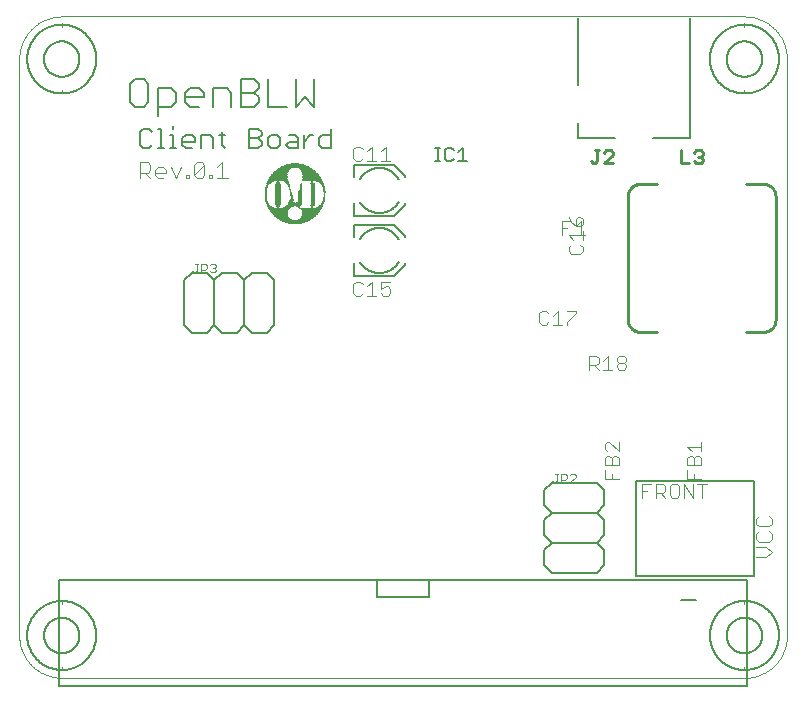
<source format=gto>
G75*
%MOIN*%
%OFA0B0*%
%FSLAX25Y25*%
%IPPOS*%
%LPD*%
%AMOC8*
5,1,8,0,0,1.08239X$1,22.5*
%
%ADD10C,0.00000*%
%ADD11C,0.00800*%
%ADD12C,0.00500*%
%ADD13C,0.00400*%
%ADD14C,0.00200*%
%ADD15C,0.00600*%
%ADD16C,0.01000*%
%ADD17C,0.00900*%
%ADD18R,0.01772X0.00039*%
%ADD19R,0.02480X0.00039*%
%ADD20R,0.03031X0.00039*%
%ADD21R,0.03504X0.00039*%
%ADD22R,0.03976X0.00039*%
%ADD23R,0.04291X0.00039*%
%ADD24R,0.04685X0.00039*%
%ADD25R,0.05000X0.00039*%
%ADD26R,0.05315X0.00039*%
%ADD27R,0.05551X0.00039*%
%ADD28R,0.05866X0.00039*%
%ADD29R,0.06102X0.00039*%
%ADD30R,0.06339X0.00039*%
%ADD31R,0.06575X0.00039*%
%ADD32R,0.06811X0.00039*%
%ADD33R,0.06969X0.00039*%
%ADD34R,0.07205X0.00039*%
%ADD35R,0.07441X0.00039*%
%ADD36R,0.07598X0.00039*%
%ADD37R,0.07756X0.00039*%
%ADD38R,0.07992X0.00039*%
%ADD39R,0.08150X0.00039*%
%ADD40R,0.08307X0.00039*%
%ADD41R,0.08465X0.00039*%
%ADD42R,0.08701X0.00039*%
%ADD43R,0.08858X0.00039*%
%ADD44R,0.09016X0.00039*%
%ADD45R,0.09173X0.00039*%
%ADD46R,0.04134X0.00039*%
%ADD47R,0.03937X0.00039*%
%ADD48R,0.04094X0.00039*%
%ADD49R,0.03898X0.00039*%
%ADD50R,0.04055X0.00039*%
%ADD51R,0.03858X0.00039*%
%ADD52R,0.04016X0.00039*%
%ADD53R,0.03819X0.00039*%
%ADD54R,0.04173X0.00039*%
%ADD55R,0.04213X0.00039*%
%ADD56R,0.04252X0.00039*%
%ADD57R,0.04331X0.00039*%
%ADD58R,0.04409X0.00039*%
%ADD59R,0.04449X0.00039*%
%ADD60R,0.04488X0.00039*%
%ADD61R,0.04370X0.00039*%
%ADD62R,0.04528X0.00039*%
%ADD63R,0.04567X0.00039*%
%ADD64R,0.04606X0.00039*%
%ADD65R,0.04646X0.00039*%
%ADD66R,0.04724X0.00039*%
%ADD67R,0.04764X0.00039*%
%ADD68R,0.04803X0.00039*%
%ADD69R,0.04843X0.00039*%
%ADD70R,0.04882X0.00039*%
%ADD71R,0.04921X0.00039*%
%ADD72R,0.04961X0.00039*%
%ADD73R,0.05039X0.00039*%
%ADD74R,0.05079X0.00039*%
%ADD75R,0.05118X0.00039*%
%ADD76R,0.05157X0.00039*%
%ADD77R,0.05197X0.00039*%
%ADD78R,0.05236X0.00039*%
%ADD79R,0.05276X0.00039*%
%ADD80R,0.05354X0.00039*%
%ADD81R,0.05394X0.00039*%
%ADD82R,0.05433X0.00039*%
%ADD83R,0.05472X0.00039*%
%ADD84R,0.05512X0.00039*%
%ADD85R,0.05591X0.00039*%
%ADD86R,0.05630X0.00039*%
%ADD87R,0.05669X0.00039*%
%ADD88R,0.05709X0.00039*%
%ADD89R,0.05748X0.00039*%
%ADD90R,0.05787X0.00039*%
%ADD91R,0.05827X0.00039*%
%ADD92R,0.05906X0.00039*%
%ADD93R,0.05945X0.00039*%
%ADD94R,0.05984X0.00039*%
%ADD95R,0.06024X0.00039*%
%ADD96R,0.06063X0.00039*%
%ADD97R,0.06142X0.00039*%
%ADD98R,0.06181X0.00039*%
%ADD99R,0.06220X0.00039*%
%ADD100R,0.06260X0.00039*%
%ADD101R,0.06299X0.00039*%
%ADD102R,0.06378X0.00039*%
%ADD103R,0.06457X0.00039*%
%ADD104R,0.06496X0.00039*%
%ADD105R,0.06535X0.00039*%
%ADD106R,0.06614X0.00039*%
%ADD107R,0.06693X0.00039*%
%ADD108R,0.06732X0.00039*%
%ADD109R,0.06654X0.00039*%
%ADD110R,0.02638X0.00039*%
%ADD111R,0.00551X0.00039*%
%ADD112R,0.06850X0.00039*%
%ADD113R,0.02402X0.00039*%
%ADD114R,0.02795X0.00039*%
%ADD115R,0.06890X0.00039*%
%ADD116R,0.02244X0.00039*%
%ADD117R,0.02677X0.00039*%
%ADD118R,0.02087X0.00039*%
%ADD119R,0.02559X0.00039*%
%ADD120R,0.07008X0.00039*%
%ADD121R,0.02008X0.00039*%
%ADD122R,0.02441X0.00039*%
%ADD123R,0.07087X0.00039*%
%ADD124R,0.01850X0.00039*%
%ADD125R,0.02362X0.00039*%
%ADD126R,0.07126X0.00039*%
%ADD127R,0.01811X0.00039*%
%ADD128R,0.02323X0.00039*%
%ADD129R,0.00197X0.00039*%
%ADD130R,0.00591X0.00039*%
%ADD131R,0.02283X0.00039*%
%ADD132R,0.01693X0.00039*%
%ADD133R,0.00118X0.00039*%
%ADD134R,0.02047X0.00039*%
%ADD135R,0.01654X0.00039*%
%ADD136R,0.02205X0.00039*%
%ADD137R,0.01929X0.00039*%
%ADD138R,0.01614X0.00039*%
%ADD139R,0.02165X0.00039*%
%ADD140R,0.01535X0.00039*%
%ADD141R,0.01732X0.00039*%
%ADD142R,0.01496X0.00039*%
%ADD143R,0.00157X0.00039*%
%ADD144R,0.01417X0.00039*%
%ADD145R,0.00236X0.00039*%
%ADD146R,0.01378X0.00039*%
%ADD147R,0.00276X0.00039*%
%ADD148R,0.01575X0.00039*%
%ADD149R,0.01339X0.00039*%
%ADD150R,0.00315X0.00039*%
%ADD151R,0.01299X0.00039*%
%ADD152R,0.00394X0.00039*%
%ADD153R,0.01457X0.00039*%
%ADD154R,0.01220X0.00039*%
%ADD155R,0.00472X0.00039*%
%ADD156R,0.00512X0.00039*%
%ADD157R,0.01181X0.00039*%
%ADD158R,0.01102X0.00039*%
%ADD159R,0.00669X0.00039*%
%ADD160R,0.01260X0.00039*%
%ADD161R,0.00709X0.00039*%
%ADD162R,0.00827X0.00039*%
%ADD163R,0.01063X0.00039*%
%ADD164R,0.00945X0.00039*%
%ADD165R,0.01024X0.00039*%
%ADD166R,0.01142X0.00039*%
%ADD167R,0.00984X0.00039*%
%ADD168R,0.00906X0.00039*%
%ADD169R,0.00866X0.00039*%
%ADD170R,0.00787X0.00039*%
%ADD171R,0.00748X0.00039*%
%ADD172R,0.00630X0.00039*%
%ADD173R,0.00433X0.00039*%
%ADD174R,0.00354X0.00039*%
%ADD175R,0.00079X0.00039*%
%ADD176R,0.01890X0.00039*%
%ADD177R,0.01969X0.00039*%
%ADD178R,0.02126X0.00039*%
%ADD179R,0.02598X0.00039*%
%ADD180R,0.02520X0.00039*%
%ADD181R,0.06417X0.00039*%
%ADD182R,0.09409X0.00039*%
%ADD183R,0.09331X0.00039*%
%ADD184C,0.00300*%
D10*
X0015673Y0004109D02*
X0243232Y0004109D01*
X0243574Y0004113D01*
X0243917Y0004126D01*
X0244259Y0004146D01*
X0244600Y0004175D01*
X0244940Y0004212D01*
X0245280Y0004258D01*
X0245618Y0004311D01*
X0245955Y0004373D01*
X0246290Y0004443D01*
X0246624Y0004521D01*
X0246955Y0004607D01*
X0247285Y0004701D01*
X0247612Y0004803D01*
X0247936Y0004912D01*
X0248258Y0005030D01*
X0248577Y0005155D01*
X0248892Y0005288D01*
X0249205Y0005429D01*
X0249513Y0005577D01*
X0249819Y0005732D01*
X0250120Y0005895D01*
X0250417Y0006065D01*
X0250710Y0006242D01*
X0250999Y0006427D01*
X0251283Y0006618D01*
X0251563Y0006816D01*
X0251837Y0007020D01*
X0252107Y0007232D01*
X0252371Y0007449D01*
X0252630Y0007673D01*
X0252884Y0007904D01*
X0253132Y0008140D01*
X0253374Y0008382D01*
X0253610Y0008630D01*
X0253841Y0008884D01*
X0254065Y0009143D01*
X0254282Y0009407D01*
X0254494Y0009677D01*
X0254698Y0009951D01*
X0254896Y0010231D01*
X0255087Y0010515D01*
X0255272Y0010804D01*
X0255449Y0011097D01*
X0255619Y0011394D01*
X0255782Y0011695D01*
X0255937Y0012001D01*
X0256085Y0012309D01*
X0256226Y0012622D01*
X0256359Y0012937D01*
X0256484Y0013256D01*
X0256602Y0013578D01*
X0256711Y0013902D01*
X0256813Y0014229D01*
X0256907Y0014559D01*
X0256993Y0014890D01*
X0257071Y0015224D01*
X0257141Y0015559D01*
X0257203Y0015896D01*
X0257256Y0016234D01*
X0257302Y0016574D01*
X0257339Y0016914D01*
X0257368Y0017255D01*
X0257388Y0017597D01*
X0257401Y0017940D01*
X0257405Y0018282D01*
X0257406Y0018282D02*
X0257406Y0210408D01*
X0257405Y0210408D02*
X0257401Y0210750D01*
X0257388Y0211093D01*
X0257368Y0211435D01*
X0257339Y0211776D01*
X0257302Y0212116D01*
X0257256Y0212456D01*
X0257203Y0212794D01*
X0257141Y0213131D01*
X0257071Y0213466D01*
X0256993Y0213800D01*
X0256907Y0214131D01*
X0256813Y0214461D01*
X0256711Y0214788D01*
X0256602Y0215112D01*
X0256484Y0215434D01*
X0256359Y0215753D01*
X0256226Y0216068D01*
X0256085Y0216381D01*
X0255937Y0216689D01*
X0255782Y0216995D01*
X0255619Y0217296D01*
X0255449Y0217593D01*
X0255272Y0217886D01*
X0255087Y0218175D01*
X0254896Y0218459D01*
X0254698Y0218739D01*
X0254494Y0219013D01*
X0254282Y0219283D01*
X0254065Y0219547D01*
X0253841Y0219806D01*
X0253610Y0220060D01*
X0253374Y0220308D01*
X0253132Y0220550D01*
X0252884Y0220786D01*
X0252630Y0221017D01*
X0252371Y0221241D01*
X0252107Y0221458D01*
X0251837Y0221670D01*
X0251563Y0221874D01*
X0251283Y0222072D01*
X0250999Y0222263D01*
X0250710Y0222448D01*
X0250417Y0222625D01*
X0250120Y0222795D01*
X0249819Y0222958D01*
X0249513Y0223113D01*
X0249205Y0223261D01*
X0248892Y0223402D01*
X0248577Y0223535D01*
X0248258Y0223660D01*
X0247936Y0223778D01*
X0247612Y0223887D01*
X0247285Y0223989D01*
X0246955Y0224083D01*
X0246624Y0224169D01*
X0246290Y0224247D01*
X0245955Y0224317D01*
X0245618Y0224379D01*
X0245280Y0224432D01*
X0244940Y0224478D01*
X0244600Y0224515D01*
X0244259Y0224544D01*
X0243917Y0224564D01*
X0243574Y0224577D01*
X0243232Y0224581D01*
X0015673Y0224581D01*
X0015331Y0224577D01*
X0014988Y0224564D01*
X0014646Y0224544D01*
X0014305Y0224515D01*
X0013965Y0224478D01*
X0013625Y0224432D01*
X0013287Y0224379D01*
X0012950Y0224317D01*
X0012615Y0224247D01*
X0012281Y0224169D01*
X0011950Y0224083D01*
X0011620Y0223989D01*
X0011293Y0223887D01*
X0010969Y0223778D01*
X0010647Y0223660D01*
X0010328Y0223535D01*
X0010013Y0223402D01*
X0009700Y0223261D01*
X0009392Y0223113D01*
X0009086Y0222958D01*
X0008785Y0222795D01*
X0008488Y0222625D01*
X0008195Y0222448D01*
X0007906Y0222263D01*
X0007622Y0222072D01*
X0007342Y0221874D01*
X0007068Y0221670D01*
X0006798Y0221458D01*
X0006534Y0221241D01*
X0006275Y0221017D01*
X0006021Y0220786D01*
X0005773Y0220550D01*
X0005531Y0220308D01*
X0005295Y0220060D01*
X0005064Y0219806D01*
X0004840Y0219547D01*
X0004623Y0219283D01*
X0004411Y0219013D01*
X0004207Y0218739D01*
X0004009Y0218459D01*
X0003818Y0218175D01*
X0003633Y0217886D01*
X0003456Y0217593D01*
X0003286Y0217296D01*
X0003123Y0216995D01*
X0002968Y0216689D01*
X0002820Y0216381D01*
X0002679Y0216068D01*
X0002546Y0215753D01*
X0002421Y0215434D01*
X0002303Y0215112D01*
X0002194Y0214788D01*
X0002092Y0214461D01*
X0001998Y0214131D01*
X0001912Y0213800D01*
X0001834Y0213466D01*
X0001764Y0213131D01*
X0001702Y0212794D01*
X0001649Y0212456D01*
X0001603Y0212116D01*
X0001566Y0211776D01*
X0001537Y0211435D01*
X0001517Y0211093D01*
X0001504Y0210750D01*
X0001500Y0210408D01*
X0001500Y0018282D01*
X0001504Y0017940D01*
X0001517Y0017597D01*
X0001537Y0017255D01*
X0001566Y0016914D01*
X0001603Y0016574D01*
X0001649Y0016234D01*
X0001702Y0015896D01*
X0001764Y0015559D01*
X0001834Y0015224D01*
X0001912Y0014890D01*
X0001998Y0014559D01*
X0002092Y0014229D01*
X0002194Y0013902D01*
X0002303Y0013578D01*
X0002421Y0013256D01*
X0002546Y0012937D01*
X0002679Y0012622D01*
X0002820Y0012309D01*
X0002968Y0012001D01*
X0003123Y0011695D01*
X0003286Y0011394D01*
X0003456Y0011097D01*
X0003633Y0010804D01*
X0003818Y0010515D01*
X0004009Y0010231D01*
X0004207Y0009951D01*
X0004411Y0009677D01*
X0004623Y0009407D01*
X0004840Y0009143D01*
X0005064Y0008884D01*
X0005295Y0008630D01*
X0005531Y0008382D01*
X0005773Y0008140D01*
X0006021Y0007904D01*
X0006275Y0007673D01*
X0006534Y0007449D01*
X0006798Y0007232D01*
X0007068Y0007020D01*
X0007342Y0006816D01*
X0007622Y0006618D01*
X0007906Y0006427D01*
X0008195Y0006242D01*
X0008488Y0006065D01*
X0008785Y0005895D01*
X0009086Y0005732D01*
X0009392Y0005577D01*
X0009700Y0005429D01*
X0010013Y0005288D01*
X0010328Y0005155D01*
X0010647Y0005030D01*
X0010969Y0004912D01*
X0011293Y0004803D01*
X0011620Y0004701D01*
X0011950Y0004607D01*
X0012281Y0004521D01*
X0012615Y0004443D01*
X0012950Y0004373D01*
X0013287Y0004311D01*
X0013625Y0004258D01*
X0013965Y0004212D01*
X0014305Y0004175D01*
X0014646Y0004146D01*
X0014988Y0004126D01*
X0015331Y0004113D01*
X0015673Y0004109D01*
D11*
X0014677Y0001400D02*
X0014677Y0036833D01*
X0244205Y0036833D01*
X0244205Y0001794D01*
X0244205Y0001400D02*
X0014677Y0001400D01*
X0009767Y0018282D02*
X0009769Y0018435D01*
X0009775Y0018589D01*
X0009785Y0018742D01*
X0009799Y0018894D01*
X0009817Y0019047D01*
X0009839Y0019198D01*
X0009864Y0019349D01*
X0009894Y0019500D01*
X0009928Y0019650D01*
X0009965Y0019798D01*
X0010006Y0019946D01*
X0010051Y0020092D01*
X0010100Y0020238D01*
X0010153Y0020382D01*
X0010209Y0020524D01*
X0010269Y0020665D01*
X0010333Y0020805D01*
X0010400Y0020943D01*
X0010471Y0021079D01*
X0010546Y0021213D01*
X0010623Y0021345D01*
X0010705Y0021475D01*
X0010789Y0021603D01*
X0010877Y0021729D01*
X0010968Y0021852D01*
X0011062Y0021973D01*
X0011160Y0022091D01*
X0011260Y0022207D01*
X0011364Y0022320D01*
X0011470Y0022431D01*
X0011579Y0022539D01*
X0011691Y0022644D01*
X0011805Y0022745D01*
X0011923Y0022844D01*
X0012042Y0022940D01*
X0012164Y0023033D01*
X0012289Y0023122D01*
X0012416Y0023209D01*
X0012545Y0023291D01*
X0012676Y0023371D01*
X0012809Y0023447D01*
X0012944Y0023520D01*
X0013081Y0023589D01*
X0013220Y0023654D01*
X0013360Y0023716D01*
X0013502Y0023774D01*
X0013645Y0023829D01*
X0013790Y0023880D01*
X0013936Y0023927D01*
X0014083Y0023970D01*
X0014231Y0024009D01*
X0014380Y0024045D01*
X0014530Y0024076D01*
X0014681Y0024104D01*
X0014832Y0024128D01*
X0014985Y0024148D01*
X0015137Y0024164D01*
X0015290Y0024176D01*
X0015443Y0024184D01*
X0015596Y0024188D01*
X0015750Y0024188D01*
X0015903Y0024184D01*
X0016056Y0024176D01*
X0016209Y0024164D01*
X0016361Y0024148D01*
X0016514Y0024128D01*
X0016665Y0024104D01*
X0016816Y0024076D01*
X0016966Y0024045D01*
X0017115Y0024009D01*
X0017263Y0023970D01*
X0017410Y0023927D01*
X0017556Y0023880D01*
X0017701Y0023829D01*
X0017844Y0023774D01*
X0017986Y0023716D01*
X0018126Y0023654D01*
X0018265Y0023589D01*
X0018402Y0023520D01*
X0018537Y0023447D01*
X0018670Y0023371D01*
X0018801Y0023291D01*
X0018930Y0023209D01*
X0019057Y0023122D01*
X0019182Y0023033D01*
X0019304Y0022940D01*
X0019423Y0022844D01*
X0019541Y0022745D01*
X0019655Y0022644D01*
X0019767Y0022539D01*
X0019876Y0022431D01*
X0019982Y0022320D01*
X0020086Y0022207D01*
X0020186Y0022091D01*
X0020284Y0021973D01*
X0020378Y0021852D01*
X0020469Y0021729D01*
X0020557Y0021603D01*
X0020641Y0021475D01*
X0020723Y0021345D01*
X0020800Y0021213D01*
X0020875Y0021079D01*
X0020946Y0020943D01*
X0021013Y0020805D01*
X0021077Y0020665D01*
X0021137Y0020524D01*
X0021193Y0020382D01*
X0021246Y0020238D01*
X0021295Y0020092D01*
X0021340Y0019946D01*
X0021381Y0019798D01*
X0021418Y0019650D01*
X0021452Y0019500D01*
X0021482Y0019349D01*
X0021507Y0019198D01*
X0021529Y0019047D01*
X0021547Y0018894D01*
X0021561Y0018742D01*
X0021571Y0018589D01*
X0021577Y0018435D01*
X0021579Y0018282D01*
X0021577Y0018129D01*
X0021571Y0017975D01*
X0021561Y0017822D01*
X0021547Y0017670D01*
X0021529Y0017517D01*
X0021507Y0017366D01*
X0021482Y0017215D01*
X0021452Y0017064D01*
X0021418Y0016914D01*
X0021381Y0016766D01*
X0021340Y0016618D01*
X0021295Y0016472D01*
X0021246Y0016326D01*
X0021193Y0016182D01*
X0021137Y0016040D01*
X0021077Y0015899D01*
X0021013Y0015759D01*
X0020946Y0015621D01*
X0020875Y0015485D01*
X0020800Y0015351D01*
X0020723Y0015219D01*
X0020641Y0015089D01*
X0020557Y0014961D01*
X0020469Y0014835D01*
X0020378Y0014712D01*
X0020284Y0014591D01*
X0020186Y0014473D01*
X0020086Y0014357D01*
X0019982Y0014244D01*
X0019876Y0014133D01*
X0019767Y0014025D01*
X0019655Y0013920D01*
X0019541Y0013819D01*
X0019423Y0013720D01*
X0019304Y0013624D01*
X0019182Y0013531D01*
X0019057Y0013442D01*
X0018930Y0013355D01*
X0018801Y0013273D01*
X0018670Y0013193D01*
X0018537Y0013117D01*
X0018402Y0013044D01*
X0018265Y0012975D01*
X0018126Y0012910D01*
X0017986Y0012848D01*
X0017844Y0012790D01*
X0017701Y0012735D01*
X0017556Y0012684D01*
X0017410Y0012637D01*
X0017263Y0012594D01*
X0017115Y0012555D01*
X0016966Y0012519D01*
X0016816Y0012488D01*
X0016665Y0012460D01*
X0016514Y0012436D01*
X0016361Y0012416D01*
X0016209Y0012400D01*
X0016056Y0012388D01*
X0015903Y0012380D01*
X0015750Y0012376D01*
X0015596Y0012376D01*
X0015443Y0012380D01*
X0015290Y0012388D01*
X0015137Y0012400D01*
X0014985Y0012416D01*
X0014832Y0012436D01*
X0014681Y0012460D01*
X0014530Y0012488D01*
X0014380Y0012519D01*
X0014231Y0012555D01*
X0014083Y0012594D01*
X0013936Y0012637D01*
X0013790Y0012684D01*
X0013645Y0012735D01*
X0013502Y0012790D01*
X0013360Y0012848D01*
X0013220Y0012910D01*
X0013081Y0012975D01*
X0012944Y0013044D01*
X0012809Y0013117D01*
X0012676Y0013193D01*
X0012545Y0013273D01*
X0012416Y0013355D01*
X0012289Y0013442D01*
X0012164Y0013531D01*
X0012042Y0013624D01*
X0011923Y0013720D01*
X0011805Y0013819D01*
X0011691Y0013920D01*
X0011579Y0014025D01*
X0011470Y0014133D01*
X0011364Y0014244D01*
X0011260Y0014357D01*
X0011160Y0014473D01*
X0011062Y0014591D01*
X0010968Y0014712D01*
X0010877Y0014835D01*
X0010789Y0014961D01*
X0010705Y0015089D01*
X0010623Y0015219D01*
X0010546Y0015351D01*
X0010471Y0015485D01*
X0010400Y0015621D01*
X0010333Y0015759D01*
X0010269Y0015899D01*
X0010209Y0016040D01*
X0010153Y0016182D01*
X0010100Y0016326D01*
X0010051Y0016472D01*
X0010006Y0016618D01*
X0009965Y0016766D01*
X0009928Y0016914D01*
X0009894Y0017064D01*
X0009864Y0017215D01*
X0009839Y0017366D01*
X0009817Y0017517D01*
X0009799Y0017670D01*
X0009785Y0017822D01*
X0009775Y0017975D01*
X0009769Y0018129D01*
X0009767Y0018282D01*
X0120780Y0030928D02*
X0138102Y0030928D01*
X0138102Y0036833D01*
X0120780Y0036833D02*
X0120780Y0030928D01*
X0221941Y0030042D02*
X0226941Y0030042D01*
X0237326Y0018282D02*
X0237328Y0018435D01*
X0237334Y0018589D01*
X0237344Y0018742D01*
X0237358Y0018894D01*
X0237376Y0019047D01*
X0237398Y0019198D01*
X0237423Y0019349D01*
X0237453Y0019500D01*
X0237487Y0019650D01*
X0237524Y0019798D01*
X0237565Y0019946D01*
X0237610Y0020092D01*
X0237659Y0020238D01*
X0237712Y0020382D01*
X0237768Y0020524D01*
X0237828Y0020665D01*
X0237892Y0020805D01*
X0237959Y0020943D01*
X0238030Y0021079D01*
X0238105Y0021213D01*
X0238182Y0021345D01*
X0238264Y0021475D01*
X0238348Y0021603D01*
X0238436Y0021729D01*
X0238527Y0021852D01*
X0238621Y0021973D01*
X0238719Y0022091D01*
X0238819Y0022207D01*
X0238923Y0022320D01*
X0239029Y0022431D01*
X0239138Y0022539D01*
X0239250Y0022644D01*
X0239364Y0022745D01*
X0239482Y0022844D01*
X0239601Y0022940D01*
X0239723Y0023033D01*
X0239848Y0023122D01*
X0239975Y0023209D01*
X0240104Y0023291D01*
X0240235Y0023371D01*
X0240368Y0023447D01*
X0240503Y0023520D01*
X0240640Y0023589D01*
X0240779Y0023654D01*
X0240919Y0023716D01*
X0241061Y0023774D01*
X0241204Y0023829D01*
X0241349Y0023880D01*
X0241495Y0023927D01*
X0241642Y0023970D01*
X0241790Y0024009D01*
X0241939Y0024045D01*
X0242089Y0024076D01*
X0242240Y0024104D01*
X0242391Y0024128D01*
X0242544Y0024148D01*
X0242696Y0024164D01*
X0242849Y0024176D01*
X0243002Y0024184D01*
X0243155Y0024188D01*
X0243309Y0024188D01*
X0243462Y0024184D01*
X0243615Y0024176D01*
X0243768Y0024164D01*
X0243920Y0024148D01*
X0244073Y0024128D01*
X0244224Y0024104D01*
X0244375Y0024076D01*
X0244525Y0024045D01*
X0244674Y0024009D01*
X0244822Y0023970D01*
X0244969Y0023927D01*
X0245115Y0023880D01*
X0245260Y0023829D01*
X0245403Y0023774D01*
X0245545Y0023716D01*
X0245685Y0023654D01*
X0245824Y0023589D01*
X0245961Y0023520D01*
X0246096Y0023447D01*
X0246229Y0023371D01*
X0246360Y0023291D01*
X0246489Y0023209D01*
X0246616Y0023122D01*
X0246741Y0023033D01*
X0246863Y0022940D01*
X0246982Y0022844D01*
X0247100Y0022745D01*
X0247214Y0022644D01*
X0247326Y0022539D01*
X0247435Y0022431D01*
X0247541Y0022320D01*
X0247645Y0022207D01*
X0247745Y0022091D01*
X0247843Y0021973D01*
X0247937Y0021852D01*
X0248028Y0021729D01*
X0248116Y0021603D01*
X0248200Y0021475D01*
X0248282Y0021345D01*
X0248359Y0021213D01*
X0248434Y0021079D01*
X0248505Y0020943D01*
X0248572Y0020805D01*
X0248636Y0020665D01*
X0248696Y0020524D01*
X0248752Y0020382D01*
X0248805Y0020238D01*
X0248854Y0020092D01*
X0248899Y0019946D01*
X0248940Y0019798D01*
X0248977Y0019650D01*
X0249011Y0019500D01*
X0249041Y0019349D01*
X0249066Y0019198D01*
X0249088Y0019047D01*
X0249106Y0018894D01*
X0249120Y0018742D01*
X0249130Y0018589D01*
X0249136Y0018435D01*
X0249138Y0018282D01*
X0249136Y0018129D01*
X0249130Y0017975D01*
X0249120Y0017822D01*
X0249106Y0017670D01*
X0249088Y0017517D01*
X0249066Y0017366D01*
X0249041Y0017215D01*
X0249011Y0017064D01*
X0248977Y0016914D01*
X0248940Y0016766D01*
X0248899Y0016618D01*
X0248854Y0016472D01*
X0248805Y0016326D01*
X0248752Y0016182D01*
X0248696Y0016040D01*
X0248636Y0015899D01*
X0248572Y0015759D01*
X0248505Y0015621D01*
X0248434Y0015485D01*
X0248359Y0015351D01*
X0248282Y0015219D01*
X0248200Y0015089D01*
X0248116Y0014961D01*
X0248028Y0014835D01*
X0247937Y0014712D01*
X0247843Y0014591D01*
X0247745Y0014473D01*
X0247645Y0014357D01*
X0247541Y0014244D01*
X0247435Y0014133D01*
X0247326Y0014025D01*
X0247214Y0013920D01*
X0247100Y0013819D01*
X0246982Y0013720D01*
X0246863Y0013624D01*
X0246741Y0013531D01*
X0246616Y0013442D01*
X0246489Y0013355D01*
X0246360Y0013273D01*
X0246229Y0013193D01*
X0246096Y0013117D01*
X0245961Y0013044D01*
X0245824Y0012975D01*
X0245685Y0012910D01*
X0245545Y0012848D01*
X0245403Y0012790D01*
X0245260Y0012735D01*
X0245115Y0012684D01*
X0244969Y0012637D01*
X0244822Y0012594D01*
X0244674Y0012555D01*
X0244525Y0012519D01*
X0244375Y0012488D01*
X0244224Y0012460D01*
X0244073Y0012436D01*
X0243920Y0012416D01*
X0243768Y0012400D01*
X0243615Y0012388D01*
X0243462Y0012380D01*
X0243309Y0012376D01*
X0243155Y0012376D01*
X0243002Y0012380D01*
X0242849Y0012388D01*
X0242696Y0012400D01*
X0242544Y0012416D01*
X0242391Y0012436D01*
X0242240Y0012460D01*
X0242089Y0012488D01*
X0241939Y0012519D01*
X0241790Y0012555D01*
X0241642Y0012594D01*
X0241495Y0012637D01*
X0241349Y0012684D01*
X0241204Y0012735D01*
X0241061Y0012790D01*
X0240919Y0012848D01*
X0240779Y0012910D01*
X0240640Y0012975D01*
X0240503Y0013044D01*
X0240368Y0013117D01*
X0240235Y0013193D01*
X0240104Y0013273D01*
X0239975Y0013355D01*
X0239848Y0013442D01*
X0239723Y0013531D01*
X0239601Y0013624D01*
X0239482Y0013720D01*
X0239364Y0013819D01*
X0239250Y0013920D01*
X0239138Y0014025D01*
X0239029Y0014133D01*
X0238923Y0014244D01*
X0238819Y0014357D01*
X0238719Y0014473D01*
X0238621Y0014591D01*
X0238527Y0014712D01*
X0238436Y0014835D01*
X0238348Y0014961D01*
X0238264Y0015089D01*
X0238182Y0015219D01*
X0238105Y0015351D01*
X0238030Y0015485D01*
X0237959Y0015621D01*
X0237892Y0015759D01*
X0237828Y0015899D01*
X0237768Y0016040D01*
X0237712Y0016182D01*
X0237659Y0016326D01*
X0237610Y0016472D01*
X0237565Y0016618D01*
X0237524Y0016766D01*
X0237487Y0016914D01*
X0237453Y0017064D01*
X0237423Y0017215D01*
X0237398Y0017366D01*
X0237376Y0017517D01*
X0237358Y0017670D01*
X0237344Y0017822D01*
X0237334Y0017975D01*
X0237328Y0018129D01*
X0237326Y0018282D01*
X0126421Y0138144D02*
X0113035Y0138144D01*
X0113035Y0142278D01*
X0115004Y0150349D02*
X0115097Y0150506D01*
X0115194Y0150661D01*
X0115294Y0150814D01*
X0115399Y0150964D01*
X0115507Y0151111D01*
X0115618Y0151256D01*
X0115733Y0151398D01*
X0115852Y0151537D01*
X0115974Y0151674D01*
X0116099Y0151807D01*
X0116227Y0151937D01*
X0116359Y0152064D01*
X0116493Y0152188D01*
X0116631Y0152308D01*
X0116771Y0152425D01*
X0116914Y0152539D01*
X0117060Y0152649D01*
X0117209Y0152755D01*
X0117360Y0152858D01*
X0117513Y0152957D01*
X0117669Y0153052D01*
X0117828Y0153144D01*
X0117988Y0153231D01*
X0118150Y0153315D01*
X0118315Y0153395D01*
X0118481Y0153470D01*
X0118649Y0153542D01*
X0118819Y0153609D01*
X0118991Y0153673D01*
X0119164Y0153732D01*
X0119338Y0153786D01*
X0119514Y0153837D01*
X0119690Y0153883D01*
X0119868Y0153925D01*
X0120047Y0153963D01*
X0120227Y0153996D01*
X0120407Y0154025D01*
X0120588Y0154049D01*
X0120770Y0154069D01*
X0120952Y0154085D01*
X0121135Y0154096D01*
X0121317Y0154103D01*
X0121500Y0154105D01*
X0121683Y0154103D01*
X0121865Y0154096D01*
X0122048Y0154085D01*
X0122230Y0154069D01*
X0122412Y0154049D01*
X0122593Y0154025D01*
X0122773Y0153996D01*
X0122953Y0153963D01*
X0123132Y0153925D01*
X0123310Y0153883D01*
X0123486Y0153837D01*
X0123662Y0153786D01*
X0123836Y0153732D01*
X0124009Y0153673D01*
X0124181Y0153609D01*
X0124351Y0153542D01*
X0124519Y0153470D01*
X0124685Y0153395D01*
X0124850Y0153315D01*
X0125012Y0153231D01*
X0125172Y0153144D01*
X0125331Y0153052D01*
X0125487Y0152957D01*
X0125640Y0152858D01*
X0125791Y0152755D01*
X0125940Y0152649D01*
X0126086Y0152539D01*
X0126229Y0152425D01*
X0126369Y0152308D01*
X0126507Y0152188D01*
X0126641Y0152064D01*
X0126773Y0151937D01*
X0126901Y0151807D01*
X0127026Y0151674D01*
X0127148Y0151537D01*
X0127267Y0151398D01*
X0127382Y0151256D01*
X0127493Y0151111D01*
X0127601Y0150964D01*
X0127706Y0150814D01*
X0127806Y0150661D01*
X0127903Y0150506D01*
X0127996Y0150349D01*
X0129965Y0150939D02*
X0129965Y0151530D01*
X0126421Y0155073D01*
X0113035Y0155073D01*
X0113035Y0150939D01*
X0113035Y0158144D02*
X0113035Y0162278D01*
X0113035Y0158144D02*
X0126421Y0158144D01*
X0129965Y0161687D01*
X0129965Y0162475D01*
X0129965Y0170939D02*
X0129965Y0171530D01*
X0126421Y0175073D01*
X0113035Y0175073D01*
X0113035Y0170939D01*
X0115004Y0162869D02*
X0115097Y0162712D01*
X0115194Y0162557D01*
X0115294Y0162404D01*
X0115399Y0162254D01*
X0115507Y0162107D01*
X0115618Y0161962D01*
X0115733Y0161820D01*
X0115852Y0161681D01*
X0115974Y0161544D01*
X0116099Y0161411D01*
X0116227Y0161281D01*
X0116359Y0161154D01*
X0116493Y0161030D01*
X0116631Y0160910D01*
X0116771Y0160793D01*
X0116914Y0160679D01*
X0117060Y0160569D01*
X0117209Y0160463D01*
X0117360Y0160360D01*
X0117513Y0160261D01*
X0117669Y0160166D01*
X0117828Y0160074D01*
X0117988Y0159987D01*
X0118150Y0159903D01*
X0118315Y0159823D01*
X0118481Y0159748D01*
X0118649Y0159676D01*
X0118819Y0159609D01*
X0118991Y0159545D01*
X0119164Y0159486D01*
X0119338Y0159432D01*
X0119514Y0159381D01*
X0119690Y0159335D01*
X0119868Y0159293D01*
X0120047Y0159255D01*
X0120227Y0159222D01*
X0120407Y0159193D01*
X0120588Y0159169D01*
X0120770Y0159149D01*
X0120952Y0159133D01*
X0121135Y0159122D01*
X0121317Y0159115D01*
X0121500Y0159113D01*
X0121683Y0159115D01*
X0121865Y0159122D01*
X0122048Y0159133D01*
X0122230Y0159149D01*
X0122412Y0159169D01*
X0122593Y0159193D01*
X0122773Y0159222D01*
X0122953Y0159255D01*
X0123132Y0159293D01*
X0123310Y0159335D01*
X0123486Y0159381D01*
X0123662Y0159432D01*
X0123836Y0159486D01*
X0124009Y0159545D01*
X0124181Y0159609D01*
X0124351Y0159676D01*
X0124519Y0159748D01*
X0124685Y0159823D01*
X0124850Y0159903D01*
X0125012Y0159987D01*
X0125172Y0160074D01*
X0125331Y0160166D01*
X0125487Y0160261D01*
X0125640Y0160360D01*
X0125791Y0160463D01*
X0125940Y0160569D01*
X0126086Y0160679D01*
X0126229Y0160793D01*
X0126369Y0160910D01*
X0126507Y0161030D01*
X0126641Y0161154D01*
X0126773Y0161281D01*
X0126901Y0161411D01*
X0127026Y0161544D01*
X0127148Y0161681D01*
X0127267Y0161820D01*
X0127382Y0161962D01*
X0127493Y0162107D01*
X0127601Y0162254D01*
X0127706Y0162404D01*
X0127806Y0162557D01*
X0127903Y0162712D01*
X0127996Y0162869D01*
X0127996Y0170349D02*
X0127903Y0170506D01*
X0127806Y0170661D01*
X0127706Y0170814D01*
X0127601Y0170964D01*
X0127493Y0171111D01*
X0127382Y0171256D01*
X0127267Y0171398D01*
X0127148Y0171537D01*
X0127026Y0171674D01*
X0126901Y0171807D01*
X0126773Y0171937D01*
X0126641Y0172064D01*
X0126507Y0172188D01*
X0126369Y0172308D01*
X0126229Y0172425D01*
X0126086Y0172539D01*
X0125940Y0172649D01*
X0125791Y0172755D01*
X0125640Y0172858D01*
X0125487Y0172957D01*
X0125331Y0173052D01*
X0125172Y0173144D01*
X0125012Y0173231D01*
X0124850Y0173315D01*
X0124685Y0173395D01*
X0124519Y0173470D01*
X0124351Y0173542D01*
X0124181Y0173609D01*
X0124009Y0173673D01*
X0123836Y0173732D01*
X0123662Y0173786D01*
X0123486Y0173837D01*
X0123310Y0173883D01*
X0123132Y0173925D01*
X0122953Y0173963D01*
X0122773Y0173996D01*
X0122593Y0174025D01*
X0122412Y0174049D01*
X0122230Y0174069D01*
X0122048Y0174085D01*
X0121865Y0174096D01*
X0121683Y0174103D01*
X0121500Y0174105D01*
X0121317Y0174103D01*
X0121135Y0174096D01*
X0120952Y0174085D01*
X0120770Y0174069D01*
X0120588Y0174049D01*
X0120407Y0174025D01*
X0120227Y0173996D01*
X0120047Y0173963D01*
X0119868Y0173925D01*
X0119690Y0173883D01*
X0119514Y0173837D01*
X0119338Y0173786D01*
X0119164Y0173732D01*
X0118991Y0173673D01*
X0118819Y0173609D01*
X0118649Y0173542D01*
X0118481Y0173470D01*
X0118315Y0173395D01*
X0118150Y0173315D01*
X0117988Y0173231D01*
X0117828Y0173144D01*
X0117669Y0173052D01*
X0117513Y0172957D01*
X0117360Y0172858D01*
X0117209Y0172755D01*
X0117060Y0172649D01*
X0116914Y0172539D01*
X0116771Y0172425D01*
X0116631Y0172308D01*
X0116493Y0172188D01*
X0116359Y0172064D01*
X0116227Y0171937D01*
X0116099Y0171807D01*
X0115974Y0171674D01*
X0115852Y0171537D01*
X0115733Y0171398D01*
X0115618Y0171256D01*
X0115507Y0171111D01*
X0115399Y0170964D01*
X0115294Y0170814D01*
X0115194Y0170661D01*
X0115097Y0170506D01*
X0115004Y0170349D01*
X0115004Y0142869D02*
X0115097Y0142712D01*
X0115194Y0142557D01*
X0115294Y0142404D01*
X0115399Y0142254D01*
X0115507Y0142107D01*
X0115618Y0141962D01*
X0115733Y0141820D01*
X0115852Y0141681D01*
X0115974Y0141544D01*
X0116099Y0141411D01*
X0116227Y0141281D01*
X0116359Y0141154D01*
X0116493Y0141030D01*
X0116631Y0140910D01*
X0116771Y0140793D01*
X0116914Y0140679D01*
X0117060Y0140569D01*
X0117209Y0140463D01*
X0117360Y0140360D01*
X0117513Y0140261D01*
X0117669Y0140166D01*
X0117828Y0140074D01*
X0117988Y0139987D01*
X0118150Y0139903D01*
X0118315Y0139823D01*
X0118481Y0139748D01*
X0118649Y0139676D01*
X0118819Y0139609D01*
X0118991Y0139545D01*
X0119164Y0139486D01*
X0119338Y0139432D01*
X0119514Y0139381D01*
X0119690Y0139335D01*
X0119868Y0139293D01*
X0120047Y0139255D01*
X0120227Y0139222D01*
X0120407Y0139193D01*
X0120588Y0139169D01*
X0120770Y0139149D01*
X0120952Y0139133D01*
X0121135Y0139122D01*
X0121317Y0139115D01*
X0121500Y0139113D01*
X0121683Y0139115D01*
X0121865Y0139122D01*
X0122048Y0139133D01*
X0122230Y0139149D01*
X0122412Y0139169D01*
X0122593Y0139193D01*
X0122773Y0139222D01*
X0122953Y0139255D01*
X0123132Y0139293D01*
X0123310Y0139335D01*
X0123486Y0139381D01*
X0123662Y0139432D01*
X0123836Y0139486D01*
X0124009Y0139545D01*
X0124181Y0139609D01*
X0124351Y0139676D01*
X0124519Y0139748D01*
X0124685Y0139823D01*
X0124850Y0139903D01*
X0125012Y0139987D01*
X0125172Y0140074D01*
X0125331Y0140166D01*
X0125487Y0140261D01*
X0125640Y0140360D01*
X0125791Y0140463D01*
X0125940Y0140569D01*
X0126086Y0140679D01*
X0126229Y0140793D01*
X0126369Y0140910D01*
X0126507Y0141030D01*
X0126641Y0141154D01*
X0126773Y0141281D01*
X0126901Y0141411D01*
X0127026Y0141544D01*
X0127148Y0141681D01*
X0127267Y0141820D01*
X0127382Y0141962D01*
X0127493Y0142107D01*
X0127601Y0142254D01*
X0127706Y0142404D01*
X0127806Y0142557D01*
X0127903Y0142712D01*
X0127996Y0142869D01*
X0129965Y0142475D02*
X0129965Y0141687D01*
X0126421Y0138144D01*
X0099831Y0194509D02*
X0099831Y0203717D01*
X0093692Y0203717D02*
X0093692Y0194509D01*
X0096761Y0197578D01*
X0099831Y0194509D01*
X0090623Y0194509D02*
X0084484Y0194509D01*
X0084484Y0203717D01*
X0081415Y0202182D02*
X0081415Y0200647D01*
X0079880Y0199113D01*
X0075276Y0199113D01*
X0079880Y0199113D02*
X0081415Y0197578D01*
X0081415Y0196043D01*
X0079880Y0194509D01*
X0075276Y0194509D01*
X0075276Y0203717D01*
X0079880Y0203717D01*
X0081415Y0202182D01*
X0072207Y0199113D02*
X0072207Y0194509D01*
X0072207Y0199113D02*
X0070672Y0200647D01*
X0066069Y0200647D01*
X0066069Y0194509D01*
X0062999Y0197578D02*
X0056861Y0197578D01*
X0056861Y0196043D02*
X0056861Y0199113D01*
X0058395Y0200647D01*
X0061465Y0200647D01*
X0062999Y0199113D01*
X0062999Y0197578D01*
X0061465Y0194509D02*
X0058395Y0194509D01*
X0056861Y0196043D01*
X0053791Y0196043D02*
X0052257Y0194509D01*
X0047653Y0194509D01*
X0047653Y0191439D02*
X0047653Y0200647D01*
X0052257Y0200647D01*
X0053791Y0199113D01*
X0053791Y0196043D01*
X0044583Y0196043D02*
X0044583Y0202182D01*
X0043049Y0203717D01*
X0039980Y0203717D01*
X0038445Y0202182D01*
X0038445Y0196043D01*
X0039980Y0194509D01*
X0043049Y0194509D01*
X0044583Y0196043D01*
X0009767Y0210408D02*
X0009769Y0210561D01*
X0009775Y0210715D01*
X0009785Y0210868D01*
X0009799Y0211020D01*
X0009817Y0211173D01*
X0009839Y0211324D01*
X0009864Y0211475D01*
X0009894Y0211626D01*
X0009928Y0211776D01*
X0009965Y0211924D01*
X0010006Y0212072D01*
X0010051Y0212218D01*
X0010100Y0212364D01*
X0010153Y0212508D01*
X0010209Y0212650D01*
X0010269Y0212791D01*
X0010333Y0212931D01*
X0010400Y0213069D01*
X0010471Y0213205D01*
X0010546Y0213339D01*
X0010623Y0213471D01*
X0010705Y0213601D01*
X0010789Y0213729D01*
X0010877Y0213855D01*
X0010968Y0213978D01*
X0011062Y0214099D01*
X0011160Y0214217D01*
X0011260Y0214333D01*
X0011364Y0214446D01*
X0011470Y0214557D01*
X0011579Y0214665D01*
X0011691Y0214770D01*
X0011805Y0214871D01*
X0011923Y0214970D01*
X0012042Y0215066D01*
X0012164Y0215159D01*
X0012289Y0215248D01*
X0012416Y0215335D01*
X0012545Y0215417D01*
X0012676Y0215497D01*
X0012809Y0215573D01*
X0012944Y0215646D01*
X0013081Y0215715D01*
X0013220Y0215780D01*
X0013360Y0215842D01*
X0013502Y0215900D01*
X0013645Y0215955D01*
X0013790Y0216006D01*
X0013936Y0216053D01*
X0014083Y0216096D01*
X0014231Y0216135D01*
X0014380Y0216171D01*
X0014530Y0216202D01*
X0014681Y0216230D01*
X0014832Y0216254D01*
X0014985Y0216274D01*
X0015137Y0216290D01*
X0015290Y0216302D01*
X0015443Y0216310D01*
X0015596Y0216314D01*
X0015750Y0216314D01*
X0015903Y0216310D01*
X0016056Y0216302D01*
X0016209Y0216290D01*
X0016361Y0216274D01*
X0016514Y0216254D01*
X0016665Y0216230D01*
X0016816Y0216202D01*
X0016966Y0216171D01*
X0017115Y0216135D01*
X0017263Y0216096D01*
X0017410Y0216053D01*
X0017556Y0216006D01*
X0017701Y0215955D01*
X0017844Y0215900D01*
X0017986Y0215842D01*
X0018126Y0215780D01*
X0018265Y0215715D01*
X0018402Y0215646D01*
X0018537Y0215573D01*
X0018670Y0215497D01*
X0018801Y0215417D01*
X0018930Y0215335D01*
X0019057Y0215248D01*
X0019182Y0215159D01*
X0019304Y0215066D01*
X0019423Y0214970D01*
X0019541Y0214871D01*
X0019655Y0214770D01*
X0019767Y0214665D01*
X0019876Y0214557D01*
X0019982Y0214446D01*
X0020086Y0214333D01*
X0020186Y0214217D01*
X0020284Y0214099D01*
X0020378Y0213978D01*
X0020469Y0213855D01*
X0020557Y0213729D01*
X0020641Y0213601D01*
X0020723Y0213471D01*
X0020800Y0213339D01*
X0020875Y0213205D01*
X0020946Y0213069D01*
X0021013Y0212931D01*
X0021077Y0212791D01*
X0021137Y0212650D01*
X0021193Y0212508D01*
X0021246Y0212364D01*
X0021295Y0212218D01*
X0021340Y0212072D01*
X0021381Y0211924D01*
X0021418Y0211776D01*
X0021452Y0211626D01*
X0021482Y0211475D01*
X0021507Y0211324D01*
X0021529Y0211173D01*
X0021547Y0211020D01*
X0021561Y0210868D01*
X0021571Y0210715D01*
X0021577Y0210561D01*
X0021579Y0210408D01*
X0021577Y0210255D01*
X0021571Y0210101D01*
X0021561Y0209948D01*
X0021547Y0209796D01*
X0021529Y0209643D01*
X0021507Y0209492D01*
X0021482Y0209341D01*
X0021452Y0209190D01*
X0021418Y0209040D01*
X0021381Y0208892D01*
X0021340Y0208744D01*
X0021295Y0208598D01*
X0021246Y0208452D01*
X0021193Y0208308D01*
X0021137Y0208166D01*
X0021077Y0208025D01*
X0021013Y0207885D01*
X0020946Y0207747D01*
X0020875Y0207611D01*
X0020800Y0207477D01*
X0020723Y0207345D01*
X0020641Y0207215D01*
X0020557Y0207087D01*
X0020469Y0206961D01*
X0020378Y0206838D01*
X0020284Y0206717D01*
X0020186Y0206599D01*
X0020086Y0206483D01*
X0019982Y0206370D01*
X0019876Y0206259D01*
X0019767Y0206151D01*
X0019655Y0206046D01*
X0019541Y0205945D01*
X0019423Y0205846D01*
X0019304Y0205750D01*
X0019182Y0205657D01*
X0019057Y0205568D01*
X0018930Y0205481D01*
X0018801Y0205399D01*
X0018670Y0205319D01*
X0018537Y0205243D01*
X0018402Y0205170D01*
X0018265Y0205101D01*
X0018126Y0205036D01*
X0017986Y0204974D01*
X0017844Y0204916D01*
X0017701Y0204861D01*
X0017556Y0204810D01*
X0017410Y0204763D01*
X0017263Y0204720D01*
X0017115Y0204681D01*
X0016966Y0204645D01*
X0016816Y0204614D01*
X0016665Y0204586D01*
X0016514Y0204562D01*
X0016361Y0204542D01*
X0016209Y0204526D01*
X0016056Y0204514D01*
X0015903Y0204506D01*
X0015750Y0204502D01*
X0015596Y0204502D01*
X0015443Y0204506D01*
X0015290Y0204514D01*
X0015137Y0204526D01*
X0014985Y0204542D01*
X0014832Y0204562D01*
X0014681Y0204586D01*
X0014530Y0204614D01*
X0014380Y0204645D01*
X0014231Y0204681D01*
X0014083Y0204720D01*
X0013936Y0204763D01*
X0013790Y0204810D01*
X0013645Y0204861D01*
X0013502Y0204916D01*
X0013360Y0204974D01*
X0013220Y0205036D01*
X0013081Y0205101D01*
X0012944Y0205170D01*
X0012809Y0205243D01*
X0012676Y0205319D01*
X0012545Y0205399D01*
X0012416Y0205481D01*
X0012289Y0205568D01*
X0012164Y0205657D01*
X0012042Y0205750D01*
X0011923Y0205846D01*
X0011805Y0205945D01*
X0011691Y0206046D01*
X0011579Y0206151D01*
X0011470Y0206259D01*
X0011364Y0206370D01*
X0011260Y0206483D01*
X0011160Y0206599D01*
X0011062Y0206717D01*
X0010968Y0206838D01*
X0010877Y0206961D01*
X0010789Y0207087D01*
X0010705Y0207215D01*
X0010623Y0207345D01*
X0010546Y0207477D01*
X0010471Y0207611D01*
X0010400Y0207747D01*
X0010333Y0207885D01*
X0010269Y0208025D01*
X0010209Y0208166D01*
X0010153Y0208308D01*
X0010100Y0208452D01*
X0010051Y0208598D01*
X0010006Y0208744D01*
X0009965Y0208892D01*
X0009928Y0209040D01*
X0009894Y0209190D01*
X0009864Y0209341D01*
X0009839Y0209492D01*
X0009817Y0209643D01*
X0009799Y0209796D01*
X0009785Y0209948D01*
X0009775Y0210101D01*
X0009769Y0210255D01*
X0009767Y0210408D01*
X0187750Y0201609D02*
X0187750Y0224109D01*
X0187750Y0189109D02*
X0187750Y0184109D01*
X0200250Y0184109D01*
X0212750Y0184109D02*
X0225250Y0184109D01*
X0225250Y0224109D01*
X0237326Y0210408D02*
X0237328Y0210561D01*
X0237334Y0210715D01*
X0237344Y0210868D01*
X0237358Y0211020D01*
X0237376Y0211173D01*
X0237398Y0211324D01*
X0237423Y0211475D01*
X0237453Y0211626D01*
X0237487Y0211776D01*
X0237524Y0211924D01*
X0237565Y0212072D01*
X0237610Y0212218D01*
X0237659Y0212364D01*
X0237712Y0212508D01*
X0237768Y0212650D01*
X0237828Y0212791D01*
X0237892Y0212931D01*
X0237959Y0213069D01*
X0238030Y0213205D01*
X0238105Y0213339D01*
X0238182Y0213471D01*
X0238264Y0213601D01*
X0238348Y0213729D01*
X0238436Y0213855D01*
X0238527Y0213978D01*
X0238621Y0214099D01*
X0238719Y0214217D01*
X0238819Y0214333D01*
X0238923Y0214446D01*
X0239029Y0214557D01*
X0239138Y0214665D01*
X0239250Y0214770D01*
X0239364Y0214871D01*
X0239482Y0214970D01*
X0239601Y0215066D01*
X0239723Y0215159D01*
X0239848Y0215248D01*
X0239975Y0215335D01*
X0240104Y0215417D01*
X0240235Y0215497D01*
X0240368Y0215573D01*
X0240503Y0215646D01*
X0240640Y0215715D01*
X0240779Y0215780D01*
X0240919Y0215842D01*
X0241061Y0215900D01*
X0241204Y0215955D01*
X0241349Y0216006D01*
X0241495Y0216053D01*
X0241642Y0216096D01*
X0241790Y0216135D01*
X0241939Y0216171D01*
X0242089Y0216202D01*
X0242240Y0216230D01*
X0242391Y0216254D01*
X0242544Y0216274D01*
X0242696Y0216290D01*
X0242849Y0216302D01*
X0243002Y0216310D01*
X0243155Y0216314D01*
X0243309Y0216314D01*
X0243462Y0216310D01*
X0243615Y0216302D01*
X0243768Y0216290D01*
X0243920Y0216274D01*
X0244073Y0216254D01*
X0244224Y0216230D01*
X0244375Y0216202D01*
X0244525Y0216171D01*
X0244674Y0216135D01*
X0244822Y0216096D01*
X0244969Y0216053D01*
X0245115Y0216006D01*
X0245260Y0215955D01*
X0245403Y0215900D01*
X0245545Y0215842D01*
X0245685Y0215780D01*
X0245824Y0215715D01*
X0245961Y0215646D01*
X0246096Y0215573D01*
X0246229Y0215497D01*
X0246360Y0215417D01*
X0246489Y0215335D01*
X0246616Y0215248D01*
X0246741Y0215159D01*
X0246863Y0215066D01*
X0246982Y0214970D01*
X0247100Y0214871D01*
X0247214Y0214770D01*
X0247326Y0214665D01*
X0247435Y0214557D01*
X0247541Y0214446D01*
X0247645Y0214333D01*
X0247745Y0214217D01*
X0247843Y0214099D01*
X0247937Y0213978D01*
X0248028Y0213855D01*
X0248116Y0213729D01*
X0248200Y0213601D01*
X0248282Y0213471D01*
X0248359Y0213339D01*
X0248434Y0213205D01*
X0248505Y0213069D01*
X0248572Y0212931D01*
X0248636Y0212791D01*
X0248696Y0212650D01*
X0248752Y0212508D01*
X0248805Y0212364D01*
X0248854Y0212218D01*
X0248899Y0212072D01*
X0248940Y0211924D01*
X0248977Y0211776D01*
X0249011Y0211626D01*
X0249041Y0211475D01*
X0249066Y0211324D01*
X0249088Y0211173D01*
X0249106Y0211020D01*
X0249120Y0210868D01*
X0249130Y0210715D01*
X0249136Y0210561D01*
X0249138Y0210408D01*
X0249136Y0210255D01*
X0249130Y0210101D01*
X0249120Y0209948D01*
X0249106Y0209796D01*
X0249088Y0209643D01*
X0249066Y0209492D01*
X0249041Y0209341D01*
X0249011Y0209190D01*
X0248977Y0209040D01*
X0248940Y0208892D01*
X0248899Y0208744D01*
X0248854Y0208598D01*
X0248805Y0208452D01*
X0248752Y0208308D01*
X0248696Y0208166D01*
X0248636Y0208025D01*
X0248572Y0207885D01*
X0248505Y0207747D01*
X0248434Y0207611D01*
X0248359Y0207477D01*
X0248282Y0207345D01*
X0248200Y0207215D01*
X0248116Y0207087D01*
X0248028Y0206961D01*
X0247937Y0206838D01*
X0247843Y0206717D01*
X0247745Y0206599D01*
X0247645Y0206483D01*
X0247541Y0206370D01*
X0247435Y0206259D01*
X0247326Y0206151D01*
X0247214Y0206046D01*
X0247100Y0205945D01*
X0246982Y0205846D01*
X0246863Y0205750D01*
X0246741Y0205657D01*
X0246616Y0205568D01*
X0246489Y0205481D01*
X0246360Y0205399D01*
X0246229Y0205319D01*
X0246096Y0205243D01*
X0245961Y0205170D01*
X0245824Y0205101D01*
X0245685Y0205036D01*
X0245545Y0204974D01*
X0245403Y0204916D01*
X0245260Y0204861D01*
X0245115Y0204810D01*
X0244969Y0204763D01*
X0244822Y0204720D01*
X0244674Y0204681D01*
X0244525Y0204645D01*
X0244375Y0204614D01*
X0244224Y0204586D01*
X0244073Y0204562D01*
X0243920Y0204542D01*
X0243768Y0204526D01*
X0243615Y0204514D01*
X0243462Y0204506D01*
X0243309Y0204502D01*
X0243155Y0204502D01*
X0243002Y0204506D01*
X0242849Y0204514D01*
X0242696Y0204526D01*
X0242544Y0204542D01*
X0242391Y0204562D01*
X0242240Y0204586D01*
X0242089Y0204614D01*
X0241939Y0204645D01*
X0241790Y0204681D01*
X0241642Y0204720D01*
X0241495Y0204763D01*
X0241349Y0204810D01*
X0241204Y0204861D01*
X0241061Y0204916D01*
X0240919Y0204974D01*
X0240779Y0205036D01*
X0240640Y0205101D01*
X0240503Y0205170D01*
X0240368Y0205243D01*
X0240235Y0205319D01*
X0240104Y0205399D01*
X0239975Y0205481D01*
X0239848Y0205568D01*
X0239723Y0205657D01*
X0239601Y0205750D01*
X0239482Y0205846D01*
X0239364Y0205945D01*
X0239250Y0206046D01*
X0239138Y0206151D01*
X0239029Y0206259D01*
X0238923Y0206370D01*
X0238819Y0206483D01*
X0238719Y0206599D01*
X0238621Y0206717D01*
X0238527Y0206838D01*
X0238436Y0206961D01*
X0238348Y0207087D01*
X0238264Y0207215D01*
X0238182Y0207345D01*
X0238105Y0207477D01*
X0238030Y0207611D01*
X0237959Y0207747D01*
X0237892Y0207885D01*
X0237828Y0208025D01*
X0237768Y0208166D01*
X0237712Y0208308D01*
X0237659Y0208452D01*
X0237610Y0208598D01*
X0237565Y0208744D01*
X0237524Y0208892D01*
X0237487Y0209040D01*
X0237453Y0209190D01*
X0237423Y0209341D01*
X0237398Y0209492D01*
X0237376Y0209643D01*
X0237358Y0209796D01*
X0237344Y0209948D01*
X0237334Y0210101D01*
X0237328Y0210255D01*
X0237326Y0210408D01*
D12*
X0150926Y0176359D02*
X0147923Y0176359D01*
X0149424Y0176359D02*
X0149424Y0180862D01*
X0147923Y0179361D01*
X0146322Y0180112D02*
X0145571Y0180862D01*
X0144070Y0180862D01*
X0143319Y0180112D01*
X0143319Y0177109D01*
X0144070Y0176359D01*
X0145571Y0176359D01*
X0146322Y0177109D01*
X0141751Y0176359D02*
X0140250Y0176359D01*
X0141001Y0176359D02*
X0141001Y0180862D01*
X0141751Y0180862D02*
X0140250Y0180862D01*
X0105579Y0180859D02*
X0102527Y0180859D01*
X0101509Y0181876D01*
X0101509Y0183911D01*
X0102527Y0184929D01*
X0105579Y0184929D01*
X0105579Y0186964D02*
X0105579Y0180859D01*
X0099497Y0184929D02*
X0098480Y0184929D01*
X0096445Y0182894D01*
X0094438Y0182894D02*
X0091385Y0182894D01*
X0090367Y0181876D01*
X0091385Y0180859D01*
X0094438Y0180859D01*
X0094438Y0183911D01*
X0093420Y0184929D01*
X0091385Y0184929D01*
X0088360Y0183911D02*
X0087343Y0184929D01*
X0085308Y0184929D01*
X0084290Y0183911D01*
X0084290Y0181876D01*
X0085308Y0180859D01*
X0087343Y0180859D01*
X0088360Y0181876D01*
X0088360Y0183911D01*
X0082283Y0182894D02*
X0082283Y0181876D01*
X0081266Y0180859D01*
X0078213Y0180859D01*
X0078213Y0186964D01*
X0081266Y0186964D01*
X0082283Y0185946D01*
X0082283Y0184929D01*
X0081266Y0183911D01*
X0078213Y0183911D01*
X0081266Y0183911D02*
X0082283Y0182894D01*
X0070120Y0184929D02*
X0068084Y0184929D01*
X0069102Y0185946D02*
X0069102Y0181876D01*
X0070120Y0180859D01*
X0066077Y0180859D02*
X0066077Y0183911D01*
X0065060Y0184929D01*
X0062007Y0184929D01*
X0062007Y0180859D01*
X0060000Y0182894D02*
X0055930Y0182894D01*
X0055930Y0183911D02*
X0056948Y0184929D01*
X0058983Y0184929D01*
X0060000Y0183911D01*
X0060000Y0182894D01*
X0058983Y0180859D02*
X0056948Y0180859D01*
X0055930Y0181876D01*
X0055930Y0183911D01*
X0052896Y0184929D02*
X0052896Y0180859D01*
X0051879Y0180859D02*
X0053914Y0180859D01*
X0049862Y0180859D02*
X0047827Y0180859D01*
X0048845Y0180859D02*
X0048845Y0186964D01*
X0047827Y0186964D01*
X0045820Y0185946D02*
X0044803Y0186964D01*
X0042768Y0186964D01*
X0041750Y0185946D01*
X0041750Y0181876D01*
X0042768Y0180859D01*
X0044803Y0180859D01*
X0045820Y0181876D01*
X0051879Y0184929D02*
X0052896Y0184929D01*
X0052896Y0186964D02*
X0052896Y0187981D01*
X0096445Y0184929D02*
X0096445Y0180859D01*
X0206972Y0069857D02*
X0246343Y0069857D01*
X0246343Y0037967D01*
X0206972Y0037967D01*
X0206972Y0069857D01*
D13*
X0209141Y0068755D02*
X0212210Y0068755D01*
X0213745Y0068755D02*
X0216047Y0068755D01*
X0216814Y0067988D01*
X0216814Y0066453D01*
X0216047Y0065686D01*
X0213745Y0065686D01*
X0215280Y0065686D02*
X0216814Y0064151D01*
X0218349Y0064918D02*
X0219116Y0064151D01*
X0220651Y0064151D01*
X0221418Y0064918D01*
X0221418Y0067988D01*
X0220651Y0068755D01*
X0219116Y0068755D01*
X0218349Y0067988D01*
X0218349Y0064918D01*
X0222953Y0064151D02*
X0222953Y0068755D01*
X0226022Y0064151D01*
X0226022Y0068755D01*
X0227557Y0068755D02*
X0230626Y0068755D01*
X0229091Y0068755D02*
X0229091Y0064151D01*
X0228800Y0070497D02*
X0224196Y0070497D01*
X0224196Y0073566D01*
X0224196Y0075101D02*
X0224196Y0077403D01*
X0224963Y0078170D01*
X0225731Y0078170D01*
X0226498Y0077403D01*
X0226498Y0075101D01*
X0226498Y0077403D02*
X0227265Y0078170D01*
X0228033Y0078170D01*
X0228800Y0077403D01*
X0228800Y0075101D01*
X0224196Y0075101D01*
X0226498Y0072031D02*
X0226498Y0070497D01*
X0225731Y0079705D02*
X0224196Y0081239D01*
X0228800Y0081239D01*
X0228800Y0079705D02*
X0228800Y0082774D01*
X0213745Y0068755D02*
X0213745Y0064151D01*
X0210676Y0066453D02*
X0209141Y0066453D01*
X0209141Y0064151D02*
X0209141Y0068755D01*
X0201300Y0070497D02*
X0196696Y0070497D01*
X0196696Y0073566D01*
X0196696Y0075101D02*
X0196696Y0077403D01*
X0197463Y0078170D01*
X0198231Y0078170D01*
X0198998Y0077403D01*
X0198998Y0075101D01*
X0198998Y0077403D02*
X0199765Y0078170D01*
X0200533Y0078170D01*
X0201300Y0077403D01*
X0201300Y0075101D01*
X0196696Y0075101D01*
X0198998Y0072031D02*
X0198998Y0070497D01*
X0197463Y0079705D02*
X0196696Y0080472D01*
X0196696Y0082007D01*
X0197463Y0082774D01*
X0198231Y0082774D01*
X0201300Y0079705D01*
X0201300Y0082774D01*
X0201544Y0106809D02*
X0200777Y0107576D01*
X0200777Y0108343D01*
X0201544Y0109111D01*
X0203079Y0109111D01*
X0203846Y0108343D01*
X0203846Y0107576D01*
X0203079Y0106809D01*
X0201544Y0106809D01*
X0199243Y0106809D02*
X0196173Y0106809D01*
X0194639Y0106809D02*
X0193104Y0108343D01*
X0193871Y0108343D02*
X0191569Y0108343D01*
X0191569Y0106809D02*
X0191569Y0111413D01*
X0193871Y0111413D01*
X0194639Y0110645D01*
X0194639Y0109111D01*
X0193871Y0108343D01*
X0196173Y0109878D02*
X0197708Y0111413D01*
X0197708Y0106809D01*
X0200777Y0109878D02*
X0200777Y0110645D01*
X0201544Y0111413D01*
X0203079Y0111413D01*
X0203846Y0110645D01*
X0203846Y0109878D01*
X0203079Y0109111D01*
X0201544Y0109111D02*
X0200777Y0109878D01*
X0184065Y0121809D02*
X0184065Y0122576D01*
X0187134Y0125645D01*
X0187134Y0126413D01*
X0184065Y0126413D01*
X0180995Y0126413D02*
X0180995Y0121809D01*
X0179461Y0121809D02*
X0182530Y0121809D01*
X0179461Y0124878D02*
X0180995Y0126413D01*
X0177926Y0125645D02*
X0177159Y0126413D01*
X0175624Y0126413D01*
X0174857Y0125645D01*
X0174857Y0122576D01*
X0175624Y0121809D01*
X0177159Y0121809D01*
X0177926Y0122576D01*
X0185495Y0145497D02*
X0188564Y0145497D01*
X0189331Y0146264D01*
X0189331Y0147799D01*
X0188564Y0148566D01*
X0189331Y0150101D02*
X0189331Y0153170D01*
X0188631Y0151809D02*
X0188631Y0156413D01*
X0187096Y0154878D01*
X0187030Y0154705D02*
X0187030Y0157007D01*
X0187797Y0157774D01*
X0188564Y0157774D01*
X0189331Y0157007D01*
X0189331Y0155472D01*
X0188564Y0154705D01*
X0187030Y0154705D01*
X0185495Y0156239D01*
X0184728Y0157774D01*
X0185561Y0156413D02*
X0182492Y0156413D01*
X0182492Y0151809D01*
X0184728Y0151635D02*
X0186262Y0150101D01*
X0185495Y0148566D02*
X0184728Y0147799D01*
X0184728Y0146264D01*
X0185495Y0145497D01*
X0184728Y0151635D02*
X0189331Y0151635D01*
X0190165Y0151809D02*
X0187096Y0151809D01*
X0184027Y0154111D02*
X0182492Y0154111D01*
X0125158Y0136176D02*
X0122089Y0136176D01*
X0122089Y0133874D01*
X0123624Y0134642D01*
X0124391Y0134642D01*
X0125158Y0133874D01*
X0125158Y0132340D01*
X0124391Y0131572D01*
X0122856Y0131572D01*
X0122089Y0132340D01*
X0120554Y0131572D02*
X0117485Y0131572D01*
X0119020Y0131572D02*
X0119020Y0136176D01*
X0117485Y0134642D01*
X0115950Y0135409D02*
X0115183Y0136176D01*
X0113648Y0136176D01*
X0112881Y0135409D01*
X0112881Y0132340D01*
X0113648Y0131572D01*
X0115183Y0131572D01*
X0115950Y0132340D01*
X0070952Y0170809D02*
X0067482Y0170809D01*
X0065771Y0170809D02*
X0064904Y0170809D01*
X0064904Y0171676D01*
X0065771Y0171676D01*
X0065771Y0170809D01*
X0063217Y0171676D02*
X0062350Y0170809D01*
X0060615Y0170809D01*
X0059747Y0171676D01*
X0063217Y0175146D01*
X0063217Y0171676D01*
X0059747Y0171676D02*
X0059747Y0175146D01*
X0060615Y0176013D01*
X0062350Y0176013D01*
X0063217Y0175146D01*
X0067482Y0174278D02*
X0069217Y0176013D01*
X0069217Y0170809D01*
X0058037Y0170809D02*
X0057169Y0170809D01*
X0057169Y0171676D01*
X0058037Y0171676D01*
X0058037Y0170809D01*
X0053748Y0170809D02*
X0055482Y0174278D01*
X0052013Y0174278D02*
X0053748Y0170809D01*
X0050326Y0172543D02*
X0046856Y0172543D01*
X0046856Y0171676D02*
X0046856Y0173411D01*
X0047724Y0174278D01*
X0049459Y0174278D01*
X0050326Y0173411D01*
X0050326Y0172543D01*
X0049459Y0170809D02*
X0047724Y0170809D01*
X0046856Y0171676D01*
X0045170Y0170809D02*
X0043435Y0172543D01*
X0044302Y0172543D02*
X0041700Y0172543D01*
X0041700Y0170809D02*
X0041700Y0176013D01*
X0044302Y0176013D01*
X0045170Y0175146D01*
X0045170Y0173411D01*
X0044302Y0172543D01*
X0112881Y0177340D02*
X0113648Y0176572D01*
X0115183Y0176572D01*
X0115950Y0177340D01*
X0117485Y0176572D02*
X0120554Y0176572D01*
X0119020Y0176572D02*
X0119020Y0181176D01*
X0117485Y0179642D01*
X0115950Y0180409D02*
X0115183Y0181176D01*
X0113648Y0181176D01*
X0112881Y0180409D01*
X0112881Y0177340D01*
X0122089Y0176572D02*
X0125158Y0176572D01*
X0123624Y0176572D02*
X0123624Y0181176D01*
X0122089Y0179642D01*
X0247096Y0057224D02*
X0247963Y0058091D01*
X0247096Y0057224D02*
X0247096Y0055489D01*
X0247963Y0054621D01*
X0251433Y0054621D01*
X0252300Y0055489D01*
X0252300Y0057224D01*
X0251433Y0058091D01*
X0251433Y0052935D02*
X0252300Y0052067D01*
X0252300Y0050332D01*
X0251433Y0049465D01*
X0247963Y0049465D01*
X0247096Y0050332D01*
X0247096Y0052067D01*
X0247963Y0052935D01*
X0247096Y0047778D02*
X0250565Y0047778D01*
X0252300Y0046043D01*
X0250565Y0044309D01*
X0247096Y0044309D01*
D14*
X0243232Y0029782D02*
X0243232Y0028782D01*
X0243232Y0007782D02*
X0243232Y0006782D01*
X0243232Y0198908D02*
X0243232Y0199908D01*
X0243232Y0220908D02*
X0243232Y0221908D01*
X0015673Y0221908D02*
X0015673Y0220908D01*
X0015673Y0199908D02*
X0015673Y0198908D01*
X0015673Y0029782D02*
X0015673Y0028782D01*
X0015673Y0007782D02*
X0015673Y0006782D01*
D15*
X0004173Y0018282D02*
X0004176Y0018564D01*
X0004187Y0018846D01*
X0004204Y0019128D01*
X0004228Y0019409D01*
X0004259Y0019690D01*
X0004297Y0019969D01*
X0004342Y0020248D01*
X0004394Y0020526D01*
X0004452Y0020802D01*
X0004518Y0021076D01*
X0004590Y0021349D01*
X0004668Y0021620D01*
X0004753Y0021889D01*
X0004845Y0022156D01*
X0004944Y0022421D01*
X0005048Y0022683D01*
X0005160Y0022942D01*
X0005277Y0023199D01*
X0005401Y0023453D01*
X0005531Y0023703D01*
X0005667Y0023950D01*
X0005809Y0024194D01*
X0005957Y0024434D01*
X0006111Y0024671D01*
X0006271Y0024904D01*
X0006436Y0025133D01*
X0006607Y0025357D01*
X0006783Y0025578D01*
X0006965Y0025793D01*
X0007152Y0026005D01*
X0007344Y0026212D01*
X0007541Y0026414D01*
X0007743Y0026611D01*
X0007950Y0026803D01*
X0008162Y0026990D01*
X0008377Y0027172D01*
X0008598Y0027348D01*
X0008822Y0027519D01*
X0009051Y0027684D01*
X0009284Y0027844D01*
X0009521Y0027998D01*
X0009761Y0028146D01*
X0010005Y0028288D01*
X0010252Y0028424D01*
X0010502Y0028554D01*
X0010756Y0028678D01*
X0011013Y0028795D01*
X0011272Y0028907D01*
X0011534Y0029011D01*
X0011799Y0029110D01*
X0012066Y0029202D01*
X0012335Y0029287D01*
X0012606Y0029365D01*
X0012879Y0029437D01*
X0013153Y0029503D01*
X0013429Y0029561D01*
X0013707Y0029613D01*
X0013986Y0029658D01*
X0014265Y0029696D01*
X0014546Y0029727D01*
X0014827Y0029751D01*
X0015109Y0029768D01*
X0015391Y0029779D01*
X0015673Y0029782D01*
X0015955Y0029779D01*
X0016237Y0029768D01*
X0016519Y0029751D01*
X0016800Y0029727D01*
X0017081Y0029696D01*
X0017360Y0029658D01*
X0017639Y0029613D01*
X0017917Y0029561D01*
X0018193Y0029503D01*
X0018467Y0029437D01*
X0018740Y0029365D01*
X0019011Y0029287D01*
X0019280Y0029202D01*
X0019547Y0029110D01*
X0019812Y0029011D01*
X0020074Y0028907D01*
X0020333Y0028795D01*
X0020590Y0028678D01*
X0020844Y0028554D01*
X0021094Y0028424D01*
X0021341Y0028288D01*
X0021585Y0028146D01*
X0021825Y0027998D01*
X0022062Y0027844D01*
X0022295Y0027684D01*
X0022524Y0027519D01*
X0022748Y0027348D01*
X0022969Y0027172D01*
X0023184Y0026990D01*
X0023396Y0026803D01*
X0023603Y0026611D01*
X0023805Y0026414D01*
X0024002Y0026212D01*
X0024194Y0026005D01*
X0024381Y0025793D01*
X0024563Y0025578D01*
X0024739Y0025357D01*
X0024910Y0025133D01*
X0025075Y0024904D01*
X0025235Y0024671D01*
X0025389Y0024434D01*
X0025537Y0024194D01*
X0025679Y0023950D01*
X0025815Y0023703D01*
X0025945Y0023453D01*
X0026069Y0023199D01*
X0026186Y0022942D01*
X0026298Y0022683D01*
X0026402Y0022421D01*
X0026501Y0022156D01*
X0026593Y0021889D01*
X0026678Y0021620D01*
X0026756Y0021349D01*
X0026828Y0021076D01*
X0026894Y0020802D01*
X0026952Y0020526D01*
X0027004Y0020248D01*
X0027049Y0019969D01*
X0027087Y0019690D01*
X0027118Y0019409D01*
X0027142Y0019128D01*
X0027159Y0018846D01*
X0027170Y0018564D01*
X0027173Y0018282D01*
X0027170Y0018000D01*
X0027159Y0017718D01*
X0027142Y0017436D01*
X0027118Y0017155D01*
X0027087Y0016874D01*
X0027049Y0016595D01*
X0027004Y0016316D01*
X0026952Y0016038D01*
X0026894Y0015762D01*
X0026828Y0015488D01*
X0026756Y0015215D01*
X0026678Y0014944D01*
X0026593Y0014675D01*
X0026501Y0014408D01*
X0026402Y0014143D01*
X0026298Y0013881D01*
X0026186Y0013622D01*
X0026069Y0013365D01*
X0025945Y0013111D01*
X0025815Y0012861D01*
X0025679Y0012614D01*
X0025537Y0012370D01*
X0025389Y0012130D01*
X0025235Y0011893D01*
X0025075Y0011660D01*
X0024910Y0011431D01*
X0024739Y0011207D01*
X0024563Y0010986D01*
X0024381Y0010771D01*
X0024194Y0010559D01*
X0024002Y0010352D01*
X0023805Y0010150D01*
X0023603Y0009953D01*
X0023396Y0009761D01*
X0023184Y0009574D01*
X0022969Y0009392D01*
X0022748Y0009216D01*
X0022524Y0009045D01*
X0022295Y0008880D01*
X0022062Y0008720D01*
X0021825Y0008566D01*
X0021585Y0008418D01*
X0021341Y0008276D01*
X0021094Y0008140D01*
X0020844Y0008010D01*
X0020590Y0007886D01*
X0020333Y0007769D01*
X0020074Y0007657D01*
X0019812Y0007553D01*
X0019547Y0007454D01*
X0019280Y0007362D01*
X0019011Y0007277D01*
X0018740Y0007199D01*
X0018467Y0007127D01*
X0018193Y0007061D01*
X0017917Y0007003D01*
X0017639Y0006951D01*
X0017360Y0006906D01*
X0017081Y0006868D01*
X0016800Y0006837D01*
X0016519Y0006813D01*
X0016237Y0006796D01*
X0015955Y0006785D01*
X0015673Y0006782D01*
X0015391Y0006785D01*
X0015109Y0006796D01*
X0014827Y0006813D01*
X0014546Y0006837D01*
X0014265Y0006868D01*
X0013986Y0006906D01*
X0013707Y0006951D01*
X0013429Y0007003D01*
X0013153Y0007061D01*
X0012879Y0007127D01*
X0012606Y0007199D01*
X0012335Y0007277D01*
X0012066Y0007362D01*
X0011799Y0007454D01*
X0011534Y0007553D01*
X0011272Y0007657D01*
X0011013Y0007769D01*
X0010756Y0007886D01*
X0010502Y0008010D01*
X0010252Y0008140D01*
X0010005Y0008276D01*
X0009761Y0008418D01*
X0009521Y0008566D01*
X0009284Y0008720D01*
X0009051Y0008880D01*
X0008822Y0009045D01*
X0008598Y0009216D01*
X0008377Y0009392D01*
X0008162Y0009574D01*
X0007950Y0009761D01*
X0007743Y0009953D01*
X0007541Y0010150D01*
X0007344Y0010352D01*
X0007152Y0010559D01*
X0006965Y0010771D01*
X0006783Y0010986D01*
X0006607Y0011207D01*
X0006436Y0011431D01*
X0006271Y0011660D01*
X0006111Y0011893D01*
X0005957Y0012130D01*
X0005809Y0012370D01*
X0005667Y0012614D01*
X0005531Y0012861D01*
X0005401Y0013111D01*
X0005277Y0013365D01*
X0005160Y0013622D01*
X0005048Y0013881D01*
X0004944Y0014143D01*
X0004845Y0014408D01*
X0004753Y0014675D01*
X0004668Y0014944D01*
X0004590Y0015215D01*
X0004518Y0015488D01*
X0004452Y0015762D01*
X0004394Y0016038D01*
X0004342Y0016316D01*
X0004297Y0016595D01*
X0004259Y0016874D01*
X0004228Y0017155D01*
X0004204Y0017436D01*
X0004187Y0017718D01*
X0004176Y0018000D01*
X0004173Y0018282D01*
X0059000Y0119109D02*
X0064000Y0119109D01*
X0066500Y0121609D01*
X0066500Y0136609D01*
X0069000Y0139109D01*
X0074000Y0139109D01*
X0076500Y0136609D01*
X0079000Y0139109D01*
X0084000Y0139109D01*
X0086500Y0136609D01*
X0086500Y0121609D01*
X0084000Y0119109D01*
X0079000Y0119109D01*
X0076500Y0121609D01*
X0076500Y0136609D01*
X0066500Y0136609D02*
X0064000Y0139109D01*
X0059000Y0139109D01*
X0056500Y0136609D01*
X0056500Y0121609D01*
X0059000Y0119109D01*
X0066500Y0121609D02*
X0069000Y0119109D01*
X0074000Y0119109D01*
X0076500Y0121609D01*
X0004173Y0210408D02*
X0004176Y0210690D01*
X0004187Y0210972D01*
X0004204Y0211254D01*
X0004228Y0211535D01*
X0004259Y0211816D01*
X0004297Y0212095D01*
X0004342Y0212374D01*
X0004394Y0212652D01*
X0004452Y0212928D01*
X0004518Y0213202D01*
X0004590Y0213475D01*
X0004668Y0213746D01*
X0004753Y0214015D01*
X0004845Y0214282D01*
X0004944Y0214547D01*
X0005048Y0214809D01*
X0005160Y0215068D01*
X0005277Y0215325D01*
X0005401Y0215579D01*
X0005531Y0215829D01*
X0005667Y0216076D01*
X0005809Y0216320D01*
X0005957Y0216560D01*
X0006111Y0216797D01*
X0006271Y0217030D01*
X0006436Y0217259D01*
X0006607Y0217483D01*
X0006783Y0217704D01*
X0006965Y0217919D01*
X0007152Y0218131D01*
X0007344Y0218338D01*
X0007541Y0218540D01*
X0007743Y0218737D01*
X0007950Y0218929D01*
X0008162Y0219116D01*
X0008377Y0219298D01*
X0008598Y0219474D01*
X0008822Y0219645D01*
X0009051Y0219810D01*
X0009284Y0219970D01*
X0009521Y0220124D01*
X0009761Y0220272D01*
X0010005Y0220414D01*
X0010252Y0220550D01*
X0010502Y0220680D01*
X0010756Y0220804D01*
X0011013Y0220921D01*
X0011272Y0221033D01*
X0011534Y0221137D01*
X0011799Y0221236D01*
X0012066Y0221328D01*
X0012335Y0221413D01*
X0012606Y0221491D01*
X0012879Y0221563D01*
X0013153Y0221629D01*
X0013429Y0221687D01*
X0013707Y0221739D01*
X0013986Y0221784D01*
X0014265Y0221822D01*
X0014546Y0221853D01*
X0014827Y0221877D01*
X0015109Y0221894D01*
X0015391Y0221905D01*
X0015673Y0221908D01*
X0015955Y0221905D01*
X0016237Y0221894D01*
X0016519Y0221877D01*
X0016800Y0221853D01*
X0017081Y0221822D01*
X0017360Y0221784D01*
X0017639Y0221739D01*
X0017917Y0221687D01*
X0018193Y0221629D01*
X0018467Y0221563D01*
X0018740Y0221491D01*
X0019011Y0221413D01*
X0019280Y0221328D01*
X0019547Y0221236D01*
X0019812Y0221137D01*
X0020074Y0221033D01*
X0020333Y0220921D01*
X0020590Y0220804D01*
X0020844Y0220680D01*
X0021094Y0220550D01*
X0021341Y0220414D01*
X0021585Y0220272D01*
X0021825Y0220124D01*
X0022062Y0219970D01*
X0022295Y0219810D01*
X0022524Y0219645D01*
X0022748Y0219474D01*
X0022969Y0219298D01*
X0023184Y0219116D01*
X0023396Y0218929D01*
X0023603Y0218737D01*
X0023805Y0218540D01*
X0024002Y0218338D01*
X0024194Y0218131D01*
X0024381Y0217919D01*
X0024563Y0217704D01*
X0024739Y0217483D01*
X0024910Y0217259D01*
X0025075Y0217030D01*
X0025235Y0216797D01*
X0025389Y0216560D01*
X0025537Y0216320D01*
X0025679Y0216076D01*
X0025815Y0215829D01*
X0025945Y0215579D01*
X0026069Y0215325D01*
X0026186Y0215068D01*
X0026298Y0214809D01*
X0026402Y0214547D01*
X0026501Y0214282D01*
X0026593Y0214015D01*
X0026678Y0213746D01*
X0026756Y0213475D01*
X0026828Y0213202D01*
X0026894Y0212928D01*
X0026952Y0212652D01*
X0027004Y0212374D01*
X0027049Y0212095D01*
X0027087Y0211816D01*
X0027118Y0211535D01*
X0027142Y0211254D01*
X0027159Y0210972D01*
X0027170Y0210690D01*
X0027173Y0210408D01*
X0027170Y0210126D01*
X0027159Y0209844D01*
X0027142Y0209562D01*
X0027118Y0209281D01*
X0027087Y0209000D01*
X0027049Y0208721D01*
X0027004Y0208442D01*
X0026952Y0208164D01*
X0026894Y0207888D01*
X0026828Y0207614D01*
X0026756Y0207341D01*
X0026678Y0207070D01*
X0026593Y0206801D01*
X0026501Y0206534D01*
X0026402Y0206269D01*
X0026298Y0206007D01*
X0026186Y0205748D01*
X0026069Y0205491D01*
X0025945Y0205237D01*
X0025815Y0204987D01*
X0025679Y0204740D01*
X0025537Y0204496D01*
X0025389Y0204256D01*
X0025235Y0204019D01*
X0025075Y0203786D01*
X0024910Y0203557D01*
X0024739Y0203333D01*
X0024563Y0203112D01*
X0024381Y0202897D01*
X0024194Y0202685D01*
X0024002Y0202478D01*
X0023805Y0202276D01*
X0023603Y0202079D01*
X0023396Y0201887D01*
X0023184Y0201700D01*
X0022969Y0201518D01*
X0022748Y0201342D01*
X0022524Y0201171D01*
X0022295Y0201006D01*
X0022062Y0200846D01*
X0021825Y0200692D01*
X0021585Y0200544D01*
X0021341Y0200402D01*
X0021094Y0200266D01*
X0020844Y0200136D01*
X0020590Y0200012D01*
X0020333Y0199895D01*
X0020074Y0199783D01*
X0019812Y0199679D01*
X0019547Y0199580D01*
X0019280Y0199488D01*
X0019011Y0199403D01*
X0018740Y0199325D01*
X0018467Y0199253D01*
X0018193Y0199187D01*
X0017917Y0199129D01*
X0017639Y0199077D01*
X0017360Y0199032D01*
X0017081Y0198994D01*
X0016800Y0198963D01*
X0016519Y0198939D01*
X0016237Y0198922D01*
X0015955Y0198911D01*
X0015673Y0198908D01*
X0015391Y0198911D01*
X0015109Y0198922D01*
X0014827Y0198939D01*
X0014546Y0198963D01*
X0014265Y0198994D01*
X0013986Y0199032D01*
X0013707Y0199077D01*
X0013429Y0199129D01*
X0013153Y0199187D01*
X0012879Y0199253D01*
X0012606Y0199325D01*
X0012335Y0199403D01*
X0012066Y0199488D01*
X0011799Y0199580D01*
X0011534Y0199679D01*
X0011272Y0199783D01*
X0011013Y0199895D01*
X0010756Y0200012D01*
X0010502Y0200136D01*
X0010252Y0200266D01*
X0010005Y0200402D01*
X0009761Y0200544D01*
X0009521Y0200692D01*
X0009284Y0200846D01*
X0009051Y0201006D01*
X0008822Y0201171D01*
X0008598Y0201342D01*
X0008377Y0201518D01*
X0008162Y0201700D01*
X0007950Y0201887D01*
X0007743Y0202079D01*
X0007541Y0202276D01*
X0007344Y0202478D01*
X0007152Y0202685D01*
X0006965Y0202897D01*
X0006783Y0203112D01*
X0006607Y0203333D01*
X0006436Y0203557D01*
X0006271Y0203786D01*
X0006111Y0204019D01*
X0005957Y0204256D01*
X0005809Y0204496D01*
X0005667Y0204740D01*
X0005531Y0204987D01*
X0005401Y0205237D01*
X0005277Y0205491D01*
X0005160Y0205748D01*
X0005048Y0206007D01*
X0004944Y0206269D01*
X0004845Y0206534D01*
X0004753Y0206801D01*
X0004668Y0207070D01*
X0004590Y0207341D01*
X0004518Y0207614D01*
X0004452Y0207888D01*
X0004394Y0208164D01*
X0004342Y0208442D01*
X0004297Y0208721D01*
X0004259Y0209000D01*
X0004228Y0209281D01*
X0004204Y0209562D01*
X0004187Y0209844D01*
X0004176Y0210126D01*
X0004173Y0210408D01*
X0176500Y0066609D02*
X0176500Y0061609D01*
X0179000Y0059109D01*
X0194000Y0059109D01*
X0196500Y0061609D01*
X0196500Y0066609D01*
X0194000Y0069109D01*
X0179000Y0069109D01*
X0176500Y0066609D01*
X0179000Y0059109D02*
X0176500Y0056609D01*
X0176500Y0051609D01*
X0179000Y0049109D01*
X0194000Y0049109D01*
X0196500Y0051609D01*
X0196500Y0056609D01*
X0194000Y0059109D01*
X0194000Y0049109D02*
X0196500Y0046609D01*
X0196500Y0041609D01*
X0194000Y0039109D01*
X0179000Y0039109D01*
X0176500Y0041609D01*
X0176500Y0046609D01*
X0179000Y0049109D01*
X0231732Y0018282D02*
X0231735Y0018564D01*
X0231746Y0018846D01*
X0231763Y0019128D01*
X0231787Y0019409D01*
X0231818Y0019690D01*
X0231856Y0019969D01*
X0231901Y0020248D01*
X0231953Y0020526D01*
X0232011Y0020802D01*
X0232077Y0021076D01*
X0232149Y0021349D01*
X0232227Y0021620D01*
X0232312Y0021889D01*
X0232404Y0022156D01*
X0232503Y0022421D01*
X0232607Y0022683D01*
X0232719Y0022942D01*
X0232836Y0023199D01*
X0232960Y0023453D01*
X0233090Y0023703D01*
X0233226Y0023950D01*
X0233368Y0024194D01*
X0233516Y0024434D01*
X0233670Y0024671D01*
X0233830Y0024904D01*
X0233995Y0025133D01*
X0234166Y0025357D01*
X0234342Y0025578D01*
X0234524Y0025793D01*
X0234711Y0026005D01*
X0234903Y0026212D01*
X0235100Y0026414D01*
X0235302Y0026611D01*
X0235509Y0026803D01*
X0235721Y0026990D01*
X0235936Y0027172D01*
X0236157Y0027348D01*
X0236381Y0027519D01*
X0236610Y0027684D01*
X0236843Y0027844D01*
X0237080Y0027998D01*
X0237320Y0028146D01*
X0237564Y0028288D01*
X0237811Y0028424D01*
X0238061Y0028554D01*
X0238315Y0028678D01*
X0238572Y0028795D01*
X0238831Y0028907D01*
X0239093Y0029011D01*
X0239358Y0029110D01*
X0239625Y0029202D01*
X0239894Y0029287D01*
X0240165Y0029365D01*
X0240438Y0029437D01*
X0240712Y0029503D01*
X0240988Y0029561D01*
X0241266Y0029613D01*
X0241545Y0029658D01*
X0241824Y0029696D01*
X0242105Y0029727D01*
X0242386Y0029751D01*
X0242668Y0029768D01*
X0242950Y0029779D01*
X0243232Y0029782D01*
X0243514Y0029779D01*
X0243796Y0029768D01*
X0244078Y0029751D01*
X0244359Y0029727D01*
X0244640Y0029696D01*
X0244919Y0029658D01*
X0245198Y0029613D01*
X0245476Y0029561D01*
X0245752Y0029503D01*
X0246026Y0029437D01*
X0246299Y0029365D01*
X0246570Y0029287D01*
X0246839Y0029202D01*
X0247106Y0029110D01*
X0247371Y0029011D01*
X0247633Y0028907D01*
X0247892Y0028795D01*
X0248149Y0028678D01*
X0248403Y0028554D01*
X0248653Y0028424D01*
X0248900Y0028288D01*
X0249144Y0028146D01*
X0249384Y0027998D01*
X0249621Y0027844D01*
X0249854Y0027684D01*
X0250083Y0027519D01*
X0250307Y0027348D01*
X0250528Y0027172D01*
X0250743Y0026990D01*
X0250955Y0026803D01*
X0251162Y0026611D01*
X0251364Y0026414D01*
X0251561Y0026212D01*
X0251753Y0026005D01*
X0251940Y0025793D01*
X0252122Y0025578D01*
X0252298Y0025357D01*
X0252469Y0025133D01*
X0252634Y0024904D01*
X0252794Y0024671D01*
X0252948Y0024434D01*
X0253096Y0024194D01*
X0253238Y0023950D01*
X0253374Y0023703D01*
X0253504Y0023453D01*
X0253628Y0023199D01*
X0253745Y0022942D01*
X0253857Y0022683D01*
X0253961Y0022421D01*
X0254060Y0022156D01*
X0254152Y0021889D01*
X0254237Y0021620D01*
X0254315Y0021349D01*
X0254387Y0021076D01*
X0254453Y0020802D01*
X0254511Y0020526D01*
X0254563Y0020248D01*
X0254608Y0019969D01*
X0254646Y0019690D01*
X0254677Y0019409D01*
X0254701Y0019128D01*
X0254718Y0018846D01*
X0254729Y0018564D01*
X0254732Y0018282D01*
X0254729Y0018000D01*
X0254718Y0017718D01*
X0254701Y0017436D01*
X0254677Y0017155D01*
X0254646Y0016874D01*
X0254608Y0016595D01*
X0254563Y0016316D01*
X0254511Y0016038D01*
X0254453Y0015762D01*
X0254387Y0015488D01*
X0254315Y0015215D01*
X0254237Y0014944D01*
X0254152Y0014675D01*
X0254060Y0014408D01*
X0253961Y0014143D01*
X0253857Y0013881D01*
X0253745Y0013622D01*
X0253628Y0013365D01*
X0253504Y0013111D01*
X0253374Y0012861D01*
X0253238Y0012614D01*
X0253096Y0012370D01*
X0252948Y0012130D01*
X0252794Y0011893D01*
X0252634Y0011660D01*
X0252469Y0011431D01*
X0252298Y0011207D01*
X0252122Y0010986D01*
X0251940Y0010771D01*
X0251753Y0010559D01*
X0251561Y0010352D01*
X0251364Y0010150D01*
X0251162Y0009953D01*
X0250955Y0009761D01*
X0250743Y0009574D01*
X0250528Y0009392D01*
X0250307Y0009216D01*
X0250083Y0009045D01*
X0249854Y0008880D01*
X0249621Y0008720D01*
X0249384Y0008566D01*
X0249144Y0008418D01*
X0248900Y0008276D01*
X0248653Y0008140D01*
X0248403Y0008010D01*
X0248149Y0007886D01*
X0247892Y0007769D01*
X0247633Y0007657D01*
X0247371Y0007553D01*
X0247106Y0007454D01*
X0246839Y0007362D01*
X0246570Y0007277D01*
X0246299Y0007199D01*
X0246026Y0007127D01*
X0245752Y0007061D01*
X0245476Y0007003D01*
X0245198Y0006951D01*
X0244919Y0006906D01*
X0244640Y0006868D01*
X0244359Y0006837D01*
X0244078Y0006813D01*
X0243796Y0006796D01*
X0243514Y0006785D01*
X0243232Y0006782D01*
X0242950Y0006785D01*
X0242668Y0006796D01*
X0242386Y0006813D01*
X0242105Y0006837D01*
X0241824Y0006868D01*
X0241545Y0006906D01*
X0241266Y0006951D01*
X0240988Y0007003D01*
X0240712Y0007061D01*
X0240438Y0007127D01*
X0240165Y0007199D01*
X0239894Y0007277D01*
X0239625Y0007362D01*
X0239358Y0007454D01*
X0239093Y0007553D01*
X0238831Y0007657D01*
X0238572Y0007769D01*
X0238315Y0007886D01*
X0238061Y0008010D01*
X0237811Y0008140D01*
X0237564Y0008276D01*
X0237320Y0008418D01*
X0237080Y0008566D01*
X0236843Y0008720D01*
X0236610Y0008880D01*
X0236381Y0009045D01*
X0236157Y0009216D01*
X0235936Y0009392D01*
X0235721Y0009574D01*
X0235509Y0009761D01*
X0235302Y0009953D01*
X0235100Y0010150D01*
X0234903Y0010352D01*
X0234711Y0010559D01*
X0234524Y0010771D01*
X0234342Y0010986D01*
X0234166Y0011207D01*
X0233995Y0011431D01*
X0233830Y0011660D01*
X0233670Y0011893D01*
X0233516Y0012130D01*
X0233368Y0012370D01*
X0233226Y0012614D01*
X0233090Y0012861D01*
X0232960Y0013111D01*
X0232836Y0013365D01*
X0232719Y0013622D01*
X0232607Y0013881D01*
X0232503Y0014143D01*
X0232404Y0014408D01*
X0232312Y0014675D01*
X0232227Y0014944D01*
X0232149Y0015215D01*
X0232077Y0015488D01*
X0232011Y0015762D01*
X0231953Y0016038D01*
X0231901Y0016316D01*
X0231856Y0016595D01*
X0231818Y0016874D01*
X0231787Y0017155D01*
X0231763Y0017436D01*
X0231746Y0017718D01*
X0231735Y0018000D01*
X0231732Y0018282D01*
X0231732Y0210408D02*
X0231735Y0210690D01*
X0231746Y0210972D01*
X0231763Y0211254D01*
X0231787Y0211535D01*
X0231818Y0211816D01*
X0231856Y0212095D01*
X0231901Y0212374D01*
X0231953Y0212652D01*
X0232011Y0212928D01*
X0232077Y0213202D01*
X0232149Y0213475D01*
X0232227Y0213746D01*
X0232312Y0214015D01*
X0232404Y0214282D01*
X0232503Y0214547D01*
X0232607Y0214809D01*
X0232719Y0215068D01*
X0232836Y0215325D01*
X0232960Y0215579D01*
X0233090Y0215829D01*
X0233226Y0216076D01*
X0233368Y0216320D01*
X0233516Y0216560D01*
X0233670Y0216797D01*
X0233830Y0217030D01*
X0233995Y0217259D01*
X0234166Y0217483D01*
X0234342Y0217704D01*
X0234524Y0217919D01*
X0234711Y0218131D01*
X0234903Y0218338D01*
X0235100Y0218540D01*
X0235302Y0218737D01*
X0235509Y0218929D01*
X0235721Y0219116D01*
X0235936Y0219298D01*
X0236157Y0219474D01*
X0236381Y0219645D01*
X0236610Y0219810D01*
X0236843Y0219970D01*
X0237080Y0220124D01*
X0237320Y0220272D01*
X0237564Y0220414D01*
X0237811Y0220550D01*
X0238061Y0220680D01*
X0238315Y0220804D01*
X0238572Y0220921D01*
X0238831Y0221033D01*
X0239093Y0221137D01*
X0239358Y0221236D01*
X0239625Y0221328D01*
X0239894Y0221413D01*
X0240165Y0221491D01*
X0240438Y0221563D01*
X0240712Y0221629D01*
X0240988Y0221687D01*
X0241266Y0221739D01*
X0241545Y0221784D01*
X0241824Y0221822D01*
X0242105Y0221853D01*
X0242386Y0221877D01*
X0242668Y0221894D01*
X0242950Y0221905D01*
X0243232Y0221908D01*
X0243514Y0221905D01*
X0243796Y0221894D01*
X0244078Y0221877D01*
X0244359Y0221853D01*
X0244640Y0221822D01*
X0244919Y0221784D01*
X0245198Y0221739D01*
X0245476Y0221687D01*
X0245752Y0221629D01*
X0246026Y0221563D01*
X0246299Y0221491D01*
X0246570Y0221413D01*
X0246839Y0221328D01*
X0247106Y0221236D01*
X0247371Y0221137D01*
X0247633Y0221033D01*
X0247892Y0220921D01*
X0248149Y0220804D01*
X0248403Y0220680D01*
X0248653Y0220550D01*
X0248900Y0220414D01*
X0249144Y0220272D01*
X0249384Y0220124D01*
X0249621Y0219970D01*
X0249854Y0219810D01*
X0250083Y0219645D01*
X0250307Y0219474D01*
X0250528Y0219298D01*
X0250743Y0219116D01*
X0250955Y0218929D01*
X0251162Y0218737D01*
X0251364Y0218540D01*
X0251561Y0218338D01*
X0251753Y0218131D01*
X0251940Y0217919D01*
X0252122Y0217704D01*
X0252298Y0217483D01*
X0252469Y0217259D01*
X0252634Y0217030D01*
X0252794Y0216797D01*
X0252948Y0216560D01*
X0253096Y0216320D01*
X0253238Y0216076D01*
X0253374Y0215829D01*
X0253504Y0215579D01*
X0253628Y0215325D01*
X0253745Y0215068D01*
X0253857Y0214809D01*
X0253961Y0214547D01*
X0254060Y0214282D01*
X0254152Y0214015D01*
X0254237Y0213746D01*
X0254315Y0213475D01*
X0254387Y0213202D01*
X0254453Y0212928D01*
X0254511Y0212652D01*
X0254563Y0212374D01*
X0254608Y0212095D01*
X0254646Y0211816D01*
X0254677Y0211535D01*
X0254701Y0211254D01*
X0254718Y0210972D01*
X0254729Y0210690D01*
X0254732Y0210408D01*
X0254729Y0210126D01*
X0254718Y0209844D01*
X0254701Y0209562D01*
X0254677Y0209281D01*
X0254646Y0209000D01*
X0254608Y0208721D01*
X0254563Y0208442D01*
X0254511Y0208164D01*
X0254453Y0207888D01*
X0254387Y0207614D01*
X0254315Y0207341D01*
X0254237Y0207070D01*
X0254152Y0206801D01*
X0254060Y0206534D01*
X0253961Y0206269D01*
X0253857Y0206007D01*
X0253745Y0205748D01*
X0253628Y0205491D01*
X0253504Y0205237D01*
X0253374Y0204987D01*
X0253238Y0204740D01*
X0253096Y0204496D01*
X0252948Y0204256D01*
X0252794Y0204019D01*
X0252634Y0203786D01*
X0252469Y0203557D01*
X0252298Y0203333D01*
X0252122Y0203112D01*
X0251940Y0202897D01*
X0251753Y0202685D01*
X0251561Y0202478D01*
X0251364Y0202276D01*
X0251162Y0202079D01*
X0250955Y0201887D01*
X0250743Y0201700D01*
X0250528Y0201518D01*
X0250307Y0201342D01*
X0250083Y0201171D01*
X0249854Y0201006D01*
X0249621Y0200846D01*
X0249384Y0200692D01*
X0249144Y0200544D01*
X0248900Y0200402D01*
X0248653Y0200266D01*
X0248403Y0200136D01*
X0248149Y0200012D01*
X0247892Y0199895D01*
X0247633Y0199783D01*
X0247371Y0199679D01*
X0247106Y0199580D01*
X0246839Y0199488D01*
X0246570Y0199403D01*
X0246299Y0199325D01*
X0246026Y0199253D01*
X0245752Y0199187D01*
X0245476Y0199129D01*
X0245198Y0199077D01*
X0244919Y0199032D01*
X0244640Y0198994D01*
X0244359Y0198963D01*
X0244078Y0198939D01*
X0243796Y0198922D01*
X0243514Y0198911D01*
X0243232Y0198908D01*
X0242950Y0198911D01*
X0242668Y0198922D01*
X0242386Y0198939D01*
X0242105Y0198963D01*
X0241824Y0198994D01*
X0241545Y0199032D01*
X0241266Y0199077D01*
X0240988Y0199129D01*
X0240712Y0199187D01*
X0240438Y0199253D01*
X0240165Y0199325D01*
X0239894Y0199403D01*
X0239625Y0199488D01*
X0239358Y0199580D01*
X0239093Y0199679D01*
X0238831Y0199783D01*
X0238572Y0199895D01*
X0238315Y0200012D01*
X0238061Y0200136D01*
X0237811Y0200266D01*
X0237564Y0200402D01*
X0237320Y0200544D01*
X0237080Y0200692D01*
X0236843Y0200846D01*
X0236610Y0201006D01*
X0236381Y0201171D01*
X0236157Y0201342D01*
X0235936Y0201518D01*
X0235721Y0201700D01*
X0235509Y0201887D01*
X0235302Y0202079D01*
X0235100Y0202276D01*
X0234903Y0202478D01*
X0234711Y0202685D01*
X0234524Y0202897D01*
X0234342Y0203112D01*
X0234166Y0203333D01*
X0233995Y0203557D01*
X0233830Y0203786D01*
X0233670Y0204019D01*
X0233516Y0204256D01*
X0233368Y0204496D01*
X0233226Y0204740D01*
X0233090Y0204987D01*
X0232960Y0205237D01*
X0232836Y0205491D01*
X0232719Y0205748D01*
X0232607Y0206007D01*
X0232503Y0206269D01*
X0232404Y0206534D01*
X0232312Y0206801D01*
X0232227Y0207070D01*
X0232149Y0207341D01*
X0232077Y0207614D01*
X0232011Y0207888D01*
X0231953Y0208164D01*
X0231901Y0208442D01*
X0231856Y0208721D01*
X0231818Y0209000D01*
X0231787Y0209281D01*
X0231763Y0209562D01*
X0231746Y0209844D01*
X0231735Y0210126D01*
X0231732Y0210408D01*
D16*
X0243764Y0168715D02*
X0249669Y0168715D01*
X0249793Y0168713D01*
X0249916Y0168707D01*
X0250040Y0168698D01*
X0250162Y0168684D01*
X0250285Y0168667D01*
X0250407Y0168645D01*
X0250528Y0168620D01*
X0250648Y0168591D01*
X0250767Y0168559D01*
X0250886Y0168522D01*
X0251003Y0168482D01*
X0251118Y0168439D01*
X0251233Y0168391D01*
X0251345Y0168340D01*
X0251456Y0168286D01*
X0251566Y0168228D01*
X0251673Y0168167D01*
X0251779Y0168102D01*
X0251882Y0168034D01*
X0251983Y0167963D01*
X0252082Y0167889D01*
X0252179Y0167812D01*
X0252273Y0167731D01*
X0252364Y0167648D01*
X0252453Y0167562D01*
X0252539Y0167473D01*
X0252622Y0167382D01*
X0252703Y0167288D01*
X0252780Y0167191D01*
X0252854Y0167092D01*
X0252925Y0166991D01*
X0252993Y0166888D01*
X0253058Y0166782D01*
X0253119Y0166675D01*
X0253177Y0166565D01*
X0253231Y0166454D01*
X0253282Y0166342D01*
X0253330Y0166227D01*
X0253373Y0166112D01*
X0253413Y0165995D01*
X0253450Y0165876D01*
X0253482Y0165757D01*
X0253511Y0165637D01*
X0253536Y0165516D01*
X0253558Y0165394D01*
X0253575Y0165271D01*
X0253589Y0165149D01*
X0253598Y0165025D01*
X0253604Y0164902D01*
X0253606Y0164778D01*
X0253606Y0123439D01*
X0253604Y0123315D01*
X0253598Y0123192D01*
X0253589Y0123068D01*
X0253575Y0122946D01*
X0253558Y0122823D01*
X0253536Y0122701D01*
X0253511Y0122580D01*
X0253482Y0122460D01*
X0253450Y0122341D01*
X0253413Y0122222D01*
X0253373Y0122105D01*
X0253330Y0121990D01*
X0253282Y0121875D01*
X0253231Y0121763D01*
X0253177Y0121652D01*
X0253119Y0121542D01*
X0253058Y0121435D01*
X0252993Y0121329D01*
X0252925Y0121226D01*
X0252854Y0121125D01*
X0252780Y0121026D01*
X0252703Y0120929D01*
X0252622Y0120835D01*
X0252539Y0120744D01*
X0252453Y0120655D01*
X0252364Y0120569D01*
X0252273Y0120486D01*
X0252179Y0120405D01*
X0252082Y0120328D01*
X0251983Y0120254D01*
X0251882Y0120183D01*
X0251779Y0120115D01*
X0251673Y0120050D01*
X0251566Y0119989D01*
X0251456Y0119931D01*
X0251345Y0119877D01*
X0251233Y0119826D01*
X0251118Y0119778D01*
X0251003Y0119735D01*
X0250886Y0119695D01*
X0250767Y0119658D01*
X0250648Y0119626D01*
X0250528Y0119597D01*
X0250407Y0119572D01*
X0250285Y0119550D01*
X0250162Y0119533D01*
X0250040Y0119519D01*
X0249916Y0119510D01*
X0249793Y0119504D01*
X0249669Y0119502D01*
X0243764Y0119502D01*
X0214236Y0119502D02*
X0208331Y0119502D01*
X0208207Y0119504D01*
X0208084Y0119510D01*
X0207960Y0119519D01*
X0207838Y0119533D01*
X0207715Y0119550D01*
X0207593Y0119572D01*
X0207472Y0119597D01*
X0207352Y0119626D01*
X0207233Y0119658D01*
X0207114Y0119695D01*
X0206997Y0119735D01*
X0206882Y0119778D01*
X0206767Y0119826D01*
X0206655Y0119877D01*
X0206544Y0119931D01*
X0206434Y0119989D01*
X0206327Y0120050D01*
X0206221Y0120115D01*
X0206118Y0120183D01*
X0206017Y0120254D01*
X0205918Y0120328D01*
X0205821Y0120405D01*
X0205727Y0120486D01*
X0205636Y0120569D01*
X0205547Y0120655D01*
X0205461Y0120744D01*
X0205378Y0120835D01*
X0205297Y0120929D01*
X0205220Y0121026D01*
X0205146Y0121125D01*
X0205075Y0121226D01*
X0205007Y0121329D01*
X0204942Y0121435D01*
X0204881Y0121542D01*
X0204823Y0121652D01*
X0204769Y0121763D01*
X0204718Y0121875D01*
X0204670Y0121990D01*
X0204627Y0122105D01*
X0204587Y0122222D01*
X0204550Y0122341D01*
X0204518Y0122460D01*
X0204489Y0122580D01*
X0204464Y0122701D01*
X0204442Y0122823D01*
X0204425Y0122946D01*
X0204411Y0123068D01*
X0204402Y0123192D01*
X0204396Y0123315D01*
X0204394Y0123439D01*
X0204394Y0164778D01*
X0204396Y0164902D01*
X0204402Y0165025D01*
X0204411Y0165149D01*
X0204425Y0165271D01*
X0204442Y0165394D01*
X0204464Y0165516D01*
X0204489Y0165637D01*
X0204518Y0165757D01*
X0204550Y0165876D01*
X0204587Y0165995D01*
X0204627Y0166112D01*
X0204670Y0166227D01*
X0204718Y0166342D01*
X0204769Y0166454D01*
X0204823Y0166565D01*
X0204881Y0166675D01*
X0204942Y0166782D01*
X0205007Y0166888D01*
X0205075Y0166991D01*
X0205146Y0167092D01*
X0205220Y0167191D01*
X0205297Y0167288D01*
X0205378Y0167382D01*
X0205461Y0167473D01*
X0205547Y0167562D01*
X0205636Y0167648D01*
X0205727Y0167731D01*
X0205821Y0167812D01*
X0205918Y0167889D01*
X0206017Y0167963D01*
X0206118Y0168034D01*
X0206221Y0168102D01*
X0206327Y0168167D01*
X0206434Y0168228D01*
X0206544Y0168286D01*
X0206655Y0168340D01*
X0206767Y0168391D01*
X0206882Y0168439D01*
X0206997Y0168482D01*
X0207114Y0168522D01*
X0207233Y0168559D01*
X0207352Y0168591D01*
X0207472Y0168620D01*
X0207593Y0168645D01*
X0207715Y0168667D01*
X0207838Y0168684D01*
X0207960Y0168698D01*
X0208084Y0168707D01*
X0208207Y0168713D01*
X0208331Y0168715D01*
X0214236Y0168715D01*
D17*
X0221950Y0175809D02*
X0224686Y0175809D01*
X0226554Y0176493D02*
X0227238Y0175809D01*
X0228606Y0175809D01*
X0229290Y0176493D01*
X0229290Y0177176D01*
X0228606Y0177860D01*
X0227922Y0177860D01*
X0228606Y0177860D02*
X0229290Y0178544D01*
X0229290Y0179228D01*
X0228606Y0179912D01*
X0227238Y0179912D01*
X0226554Y0179228D01*
X0221950Y0179912D02*
X0221950Y0175809D01*
X0199290Y0175809D02*
X0196554Y0175809D01*
X0199290Y0178544D01*
X0199290Y0179228D01*
X0198606Y0179912D01*
X0197238Y0179912D01*
X0196554Y0179228D01*
X0194686Y0179912D02*
X0193318Y0179912D01*
X0194002Y0179912D02*
X0194002Y0176493D01*
X0193318Y0175809D01*
X0192634Y0175809D01*
X0191950Y0176493D01*
D18*
X0101728Y0169439D03*
X0094839Y0162353D03*
X0093461Y0155306D03*
X0085232Y0169479D03*
X0093461Y0175306D03*
D19*
X0093461Y0175266D03*
X0101256Y0169676D03*
X0093461Y0155345D03*
D20*
X0093461Y0155384D03*
X0089917Y0160306D03*
X0093461Y0175227D03*
D21*
X0093461Y0175187D03*
X0093461Y0155424D03*
D22*
X0093461Y0155463D03*
X0090744Y0156447D03*
X0089681Y0157077D03*
X0089642Y0157117D03*
X0089602Y0157156D03*
X0096531Y0156644D03*
X0096728Y0156762D03*
X0089996Y0173731D03*
X0090114Y0173809D03*
X0090193Y0173849D03*
X0093461Y0175148D03*
D23*
X0093461Y0175109D03*
X0090823Y0174124D03*
X0089012Y0157746D03*
X0089051Y0157707D03*
X0093461Y0155502D03*
X0095980Y0156408D03*
X0097555Y0157431D03*
X0097594Y0157471D03*
D24*
X0098028Y0158022D03*
X0098067Y0158061D03*
X0093461Y0155542D03*
X0088657Y0158258D03*
X0093382Y0161802D03*
X0088657Y0172353D03*
X0093461Y0175069D03*
X0098106Y0172510D03*
D25*
X0098382Y0172077D03*
X0098421Y0172038D03*
X0093461Y0175030D03*
X0088382Y0171880D03*
X0088461Y0158652D03*
X0088461Y0158613D03*
X0093461Y0155581D03*
X0098303Y0158455D03*
D26*
X0098461Y0158809D03*
X0093461Y0155620D03*
X0088303Y0159006D03*
X0088185Y0171447D03*
X0093461Y0174991D03*
X0098657Y0171565D03*
D27*
X0098776Y0171250D03*
X0093461Y0174951D03*
X0088067Y0171132D03*
X0088224Y0159282D03*
X0093461Y0155660D03*
X0098579Y0159085D03*
X0098579Y0159124D03*
D28*
X0093461Y0155699D03*
X0088146Y0159597D03*
X0087909Y0170660D03*
X0087909Y0170699D03*
X0093461Y0174912D03*
X0098933Y0170817D03*
X0098933Y0170778D03*
D29*
X0093461Y0174872D03*
X0087831Y0170345D03*
X0088106Y0159833D03*
X0093461Y0155739D03*
X0098736Y0159676D03*
D30*
X0093461Y0155778D03*
X0088106Y0160030D03*
X0087791Y0170030D03*
X0087791Y0170069D03*
X0093461Y0174833D03*
X0099091Y0170148D03*
X0099091Y0170109D03*
D31*
X0099169Y0169794D03*
X0093461Y0174794D03*
X0088106Y0160227D03*
X0093461Y0155817D03*
D32*
X0093461Y0155857D03*
X0098736Y0160266D03*
X0093461Y0174754D03*
D33*
X0093461Y0174715D03*
X0098736Y0160384D03*
X0093461Y0155896D03*
D34*
X0093461Y0155935D03*
X0093461Y0174676D03*
D35*
X0093461Y0174636D03*
X0093461Y0155975D03*
D36*
X0093461Y0156014D03*
X0093461Y0174597D03*
D37*
X0093461Y0174557D03*
X0093461Y0156054D03*
D38*
X0093461Y0156093D03*
X0093461Y0174518D03*
D39*
X0093461Y0174479D03*
X0093461Y0156132D03*
D40*
X0093461Y0156172D03*
X0093461Y0174439D03*
D41*
X0093461Y0174400D03*
X0093461Y0156211D03*
D42*
X0093461Y0156250D03*
X0093461Y0174361D03*
D43*
X0093461Y0174321D03*
X0093461Y0156290D03*
D44*
X0093461Y0156329D03*
X0093461Y0174282D03*
D45*
X0093461Y0174243D03*
X0093461Y0156369D03*
D46*
X0090862Y0156408D03*
X0089287Y0157431D03*
X0089248Y0157471D03*
X0096098Y0156447D03*
X0097161Y0157077D03*
X0097201Y0157117D03*
X0097240Y0157156D03*
X0097240Y0173455D03*
X0097201Y0173494D03*
X0097161Y0173534D03*
X0097083Y0173573D03*
X0097043Y0173613D03*
X0096413Y0174006D03*
X0090587Y0174046D03*
X0089524Y0173337D03*
D47*
X0089740Y0157038D03*
X0089780Y0156998D03*
X0090646Y0156487D03*
D48*
X0089346Y0157392D03*
X0096197Y0156487D03*
X0097063Y0156998D03*
X0097102Y0157038D03*
X0096984Y0173652D03*
X0096945Y0173691D03*
X0096827Y0173770D03*
X0096630Y0173888D03*
X0096472Y0173967D03*
X0090488Y0174006D03*
X0089583Y0173416D03*
X0089543Y0173376D03*
D49*
X0089839Y0156959D03*
X0089878Y0156920D03*
X0090547Y0156526D03*
D50*
X0089406Y0157313D03*
X0089366Y0157353D03*
X0096295Y0156526D03*
X0096846Y0156841D03*
X0096965Y0156920D03*
X0097004Y0156959D03*
X0096886Y0173731D03*
X0096768Y0173809D03*
X0096689Y0173849D03*
X0096571Y0173928D03*
X0089839Y0173613D03*
X0089720Y0173534D03*
X0089681Y0173494D03*
X0089642Y0173455D03*
D51*
X0089937Y0156880D03*
X0089976Y0156841D03*
X0090055Y0156802D03*
X0090173Y0156723D03*
X0090252Y0156683D03*
X0090370Y0156605D03*
X0090449Y0156565D03*
D52*
X0089543Y0157195D03*
X0089504Y0157235D03*
X0089465Y0157274D03*
X0096394Y0156565D03*
X0096472Y0156605D03*
X0096591Y0156683D03*
X0096669Y0156723D03*
X0096787Y0156802D03*
X0096906Y0156880D03*
X0089780Y0173573D03*
X0089898Y0173652D03*
X0089937Y0173691D03*
X0090055Y0173770D03*
X0090252Y0173888D03*
X0090331Y0173928D03*
X0090409Y0173967D03*
D53*
X0090114Y0156762D03*
X0090311Y0156644D03*
D54*
X0089228Y0157510D03*
X0089189Y0157550D03*
X0097299Y0157195D03*
X0097339Y0157235D03*
X0097378Y0157274D03*
X0096315Y0174046D03*
X0090685Y0174085D03*
X0089465Y0173298D03*
X0089425Y0173258D03*
X0089386Y0173219D03*
D55*
X0089327Y0173180D03*
X0096217Y0174085D03*
X0097280Y0173416D03*
X0097319Y0173376D03*
X0097358Y0173337D03*
X0097437Y0157313D03*
D56*
X0097457Y0157353D03*
X0097496Y0157392D03*
X0089150Y0157589D03*
X0089110Y0157628D03*
X0089071Y0157668D03*
X0089228Y0173061D03*
X0089268Y0173101D03*
X0089307Y0173140D03*
X0097417Y0173298D03*
X0097457Y0173258D03*
X0097496Y0173219D03*
D57*
X0097535Y0173180D03*
X0097575Y0173140D03*
X0097614Y0173101D03*
X0097654Y0173061D03*
X0096079Y0174124D03*
X0089189Y0173022D03*
X0089150Y0172983D03*
X0089110Y0172943D03*
X0088992Y0157786D03*
X0097614Y0157510D03*
X0097654Y0157550D03*
D58*
X0097693Y0157589D03*
X0097732Y0157628D03*
X0097772Y0157668D03*
X0093520Y0162195D03*
X0093520Y0162235D03*
X0088913Y0157865D03*
X0097732Y0172983D03*
X0097693Y0173022D03*
D59*
X0097752Y0172943D03*
X0097791Y0172904D03*
X0097831Y0172865D03*
X0088972Y0172786D03*
X0088933Y0172746D03*
X0093500Y0162156D03*
X0093500Y0162117D03*
X0097831Y0157746D03*
X0097791Y0157707D03*
X0088894Y0157904D03*
X0088854Y0157943D03*
D60*
X0088835Y0157983D03*
X0093480Y0162077D03*
X0097850Y0157786D03*
X0097850Y0172825D03*
X0088913Y0172707D03*
X0088874Y0172668D03*
D61*
X0089012Y0172825D03*
X0089051Y0172865D03*
X0089091Y0172904D03*
X0088933Y0157825D03*
D62*
X0088815Y0158022D03*
X0088776Y0158061D03*
X0093461Y0161998D03*
X0093461Y0162038D03*
X0097909Y0157825D03*
X0097909Y0172786D03*
X0088854Y0172628D03*
X0088815Y0172589D03*
D63*
X0088795Y0172550D03*
X0097929Y0172746D03*
X0097969Y0172707D03*
X0093441Y0161959D03*
X0088756Y0158101D03*
X0097929Y0157865D03*
D64*
X0097949Y0157904D03*
X0097988Y0157943D03*
X0093421Y0161920D03*
X0088736Y0158140D03*
X0088697Y0158180D03*
X0088736Y0172471D03*
X0088776Y0172510D03*
X0097988Y0172668D03*
X0098028Y0172628D03*
D65*
X0098047Y0172589D03*
X0098087Y0172550D03*
X0088717Y0172431D03*
X0088677Y0172392D03*
X0093402Y0161880D03*
X0093402Y0161841D03*
X0098008Y0157983D03*
X0088677Y0158219D03*
D66*
X0088638Y0158298D03*
X0093323Y0161683D03*
X0093323Y0161723D03*
X0093362Y0161762D03*
X0098087Y0158101D03*
X0098165Y0172431D03*
X0098126Y0172471D03*
X0088638Y0172313D03*
X0088598Y0172274D03*
D67*
X0088579Y0172235D03*
X0098185Y0172392D03*
X0093303Y0161644D03*
X0092909Y0161250D03*
X0088618Y0158337D03*
X0088579Y0158376D03*
X0098106Y0158140D03*
X0098146Y0158180D03*
D68*
X0098165Y0158219D03*
X0093283Y0161605D03*
X0088559Y0158416D03*
X0088520Y0172156D03*
X0088559Y0172195D03*
X0098205Y0172353D03*
X0098244Y0172313D03*
D69*
X0098264Y0172274D03*
X0088500Y0172117D03*
X0093264Y0161565D03*
X0092988Y0161290D03*
X0088539Y0158455D03*
X0098185Y0158258D03*
D70*
X0098205Y0158298D03*
X0093244Y0161526D03*
X0093205Y0161487D03*
X0088520Y0158494D03*
X0088480Y0172077D03*
X0098283Y0172235D03*
X0098323Y0172195D03*
D71*
X0098343Y0172156D03*
X0088461Y0172038D03*
X0088421Y0171998D03*
X0088421Y0171959D03*
X0093185Y0161447D03*
X0093146Y0161408D03*
X0093106Y0161369D03*
X0093067Y0161329D03*
X0088500Y0158534D03*
X0098224Y0158337D03*
X0098264Y0158376D03*
D72*
X0098283Y0158416D03*
X0088480Y0158573D03*
X0088402Y0171920D03*
X0098362Y0172117D03*
D73*
X0098441Y0171998D03*
X0098441Y0171959D03*
X0088362Y0171841D03*
X0088441Y0158691D03*
X0098323Y0158494D03*
D74*
X0098343Y0158534D03*
X0088421Y0158731D03*
X0088303Y0171762D03*
X0088343Y0171802D03*
X0098461Y0171920D03*
X0098500Y0171880D03*
D75*
X0098520Y0171841D03*
X0088283Y0171723D03*
X0088283Y0171683D03*
X0088402Y0158770D03*
X0098362Y0158573D03*
D76*
X0098382Y0158613D03*
X0098382Y0158652D03*
X0088382Y0158809D03*
X0088264Y0171644D03*
X0098539Y0171802D03*
D77*
X0098559Y0171762D03*
X0088244Y0171605D03*
X0088362Y0158849D03*
X0098402Y0158691D03*
D78*
X0098421Y0158731D03*
X0088343Y0158888D03*
X0088343Y0158928D03*
X0088224Y0171565D03*
X0098579Y0171683D03*
X0098579Y0171723D03*
X0098618Y0171644D03*
D79*
X0098638Y0171605D03*
X0088205Y0171526D03*
X0088205Y0171487D03*
X0088323Y0158967D03*
X0098441Y0158770D03*
D80*
X0098480Y0158849D03*
X0088283Y0159046D03*
X0088165Y0171408D03*
X0098677Y0171487D03*
X0098677Y0171526D03*
D81*
X0098697Y0171447D03*
X0088146Y0171369D03*
X0088146Y0171329D03*
X0088264Y0159124D03*
X0088264Y0159085D03*
X0098500Y0158928D03*
X0098500Y0158888D03*
D82*
X0098520Y0158967D03*
X0088244Y0159164D03*
X0088126Y0171290D03*
X0098717Y0171408D03*
D83*
X0098736Y0171369D03*
X0098736Y0171329D03*
X0088106Y0171250D03*
X0088224Y0159203D03*
X0098539Y0159006D03*
D84*
X0098559Y0159046D03*
X0088205Y0159243D03*
X0088087Y0171172D03*
X0088087Y0171211D03*
X0098756Y0171290D03*
D85*
X0098795Y0171211D03*
X0098795Y0171172D03*
X0088047Y0171093D03*
X0088205Y0159321D03*
X0098598Y0159164D03*
D86*
X0098618Y0159203D03*
X0088185Y0159361D03*
X0088028Y0171014D03*
X0088028Y0171054D03*
X0098815Y0171132D03*
D87*
X0098835Y0171093D03*
X0088008Y0170975D03*
X0088165Y0159439D03*
X0088165Y0159400D03*
X0098638Y0159243D03*
D88*
X0098618Y0159282D03*
X0098854Y0171014D03*
X0098854Y0171054D03*
X0087988Y0170935D03*
X0087988Y0170896D03*
D89*
X0087969Y0170857D03*
X0098874Y0170975D03*
X0098638Y0159321D03*
X0088165Y0159479D03*
D90*
X0088146Y0159518D03*
X0098657Y0159361D03*
X0098894Y0170896D03*
X0098894Y0170935D03*
X0087949Y0170817D03*
X0087949Y0170778D03*
D91*
X0087929Y0170739D03*
X0098913Y0170857D03*
X0098677Y0159439D03*
X0098677Y0159400D03*
X0088126Y0159557D03*
D92*
X0088126Y0159636D03*
X0098677Y0159479D03*
X0098953Y0170739D03*
X0087890Y0170620D03*
X0087890Y0170581D03*
D93*
X0088106Y0159676D03*
X0098697Y0159518D03*
X0098972Y0170660D03*
X0098972Y0170699D03*
D94*
X0098992Y0170620D03*
X0098992Y0170581D03*
X0098717Y0159557D03*
X0088126Y0159715D03*
X0087890Y0170542D03*
D95*
X0087870Y0170502D03*
X0087870Y0170463D03*
X0088106Y0159754D03*
X0098697Y0159597D03*
X0099012Y0170542D03*
D96*
X0099031Y0170502D03*
X0099031Y0170463D03*
X0098717Y0159636D03*
X0088087Y0159794D03*
X0087850Y0170384D03*
X0087850Y0170424D03*
D97*
X0087811Y0170306D03*
X0088087Y0159872D03*
X0098717Y0159715D03*
X0099031Y0170384D03*
X0099031Y0170424D03*
D98*
X0099051Y0170345D03*
X0098736Y0159754D03*
X0087831Y0170266D03*
D99*
X0087811Y0170227D03*
X0087811Y0170187D03*
X0088087Y0159951D03*
X0088087Y0159912D03*
X0098756Y0159794D03*
X0099071Y0170266D03*
X0099071Y0170306D03*
D100*
X0099091Y0170227D03*
X0099091Y0170187D03*
X0098736Y0159833D03*
X0087791Y0170109D03*
X0087791Y0170148D03*
D101*
X0088087Y0159991D03*
X0098756Y0159872D03*
D102*
X0098756Y0159912D03*
X0098756Y0159951D03*
X0088087Y0160069D03*
X0087772Y0169991D03*
X0099110Y0170030D03*
X0099110Y0170069D03*
D103*
X0098756Y0159991D03*
X0088087Y0160109D03*
X0088087Y0160148D03*
X0087772Y0169912D03*
D104*
X0087752Y0169872D03*
X0099130Y0169912D03*
X0099130Y0169951D03*
X0098736Y0160030D03*
D105*
X0098756Y0160069D03*
X0099150Y0169833D03*
X0099150Y0169872D03*
X0088087Y0160187D03*
D106*
X0098756Y0160148D03*
X0098756Y0160109D03*
X0099150Y0169754D03*
D107*
X0098756Y0160187D03*
D108*
X0098736Y0160227D03*
D109*
X0099169Y0169715D03*
X0088106Y0160266D03*
D110*
X0086059Y0160306D03*
D111*
X0087890Y0160306D03*
X0087890Y0160345D03*
X0087890Y0160384D03*
X0087890Y0160424D03*
X0087890Y0160463D03*
X0087890Y0160502D03*
X0087890Y0160542D03*
X0087890Y0160581D03*
X0087890Y0160620D03*
X0087890Y0160660D03*
X0087890Y0160699D03*
X0087890Y0160739D03*
X0087890Y0160778D03*
X0087890Y0160817D03*
X0087890Y0160857D03*
X0087890Y0160896D03*
X0087890Y0160935D03*
X0087890Y0160975D03*
X0087890Y0161014D03*
X0087890Y0161054D03*
X0084228Y0162117D03*
X0084189Y0162195D03*
X0084189Y0162235D03*
X0084150Y0162274D03*
X0083874Y0167235D03*
X0083874Y0167274D03*
X0083913Y0167313D03*
X0083913Y0167353D03*
X0083913Y0167392D03*
X0083953Y0167471D03*
X0087890Y0169085D03*
X0087890Y0169124D03*
X0087890Y0169164D03*
X0087890Y0169203D03*
X0087890Y0169243D03*
X0087890Y0169282D03*
X0087890Y0169321D03*
X0087890Y0169361D03*
X0087890Y0169400D03*
X0087890Y0169439D03*
X0087890Y0169479D03*
X0087890Y0169518D03*
X0087890Y0169557D03*
X0087890Y0169597D03*
X0087890Y0169636D03*
X0087890Y0169676D03*
X0087890Y0169715D03*
X0087890Y0169754D03*
X0087890Y0169794D03*
X0087890Y0169833D03*
X0091118Y0168573D03*
X0091157Y0168534D03*
X0095449Y0167550D03*
X0095449Y0167510D03*
X0095449Y0167471D03*
X0095449Y0167431D03*
X0092260Y0164991D03*
X0092260Y0164951D03*
X0092260Y0164912D03*
X0092260Y0164872D03*
X0102772Y0162353D03*
X0102811Y0162392D03*
X0102811Y0162431D03*
X0102969Y0167550D03*
X0102969Y0167589D03*
X0102969Y0167628D03*
X0102929Y0167668D03*
X0102929Y0167707D03*
D112*
X0098756Y0160306D03*
D113*
X0085941Y0160345D03*
X0085665Y0169754D03*
D114*
X0085902Y0169833D03*
X0090075Y0160345D03*
D115*
X0098736Y0160345D03*
D116*
X0091492Y0161132D03*
X0090587Y0160581D03*
X0085823Y0160384D03*
D117*
X0090173Y0160384D03*
D118*
X0090783Y0160699D03*
X0090823Y0160739D03*
X0090902Y0160778D03*
X0091335Y0161054D03*
X0085744Y0160424D03*
X0085429Y0169636D03*
D119*
X0090272Y0160424D03*
D120*
X0098717Y0160424D03*
D121*
X0091020Y0160857D03*
X0085665Y0160463D03*
X0101531Y0169557D03*
D122*
X0091709Y0161211D03*
X0090370Y0160463D03*
D123*
X0098717Y0160463D03*
D124*
X0101453Y0160660D03*
X0094799Y0162313D03*
X0092280Y0162274D03*
X0085587Y0160502D03*
X0085272Y0169518D03*
X0090114Y0169676D03*
D125*
X0090449Y0160502D03*
D126*
X0098697Y0160502D03*
D127*
X0101669Y0169479D03*
X0087890Y0168180D03*
X0087890Y0168140D03*
X0087890Y0168101D03*
X0087890Y0168061D03*
X0087890Y0168022D03*
X0087890Y0167983D03*
X0087890Y0167943D03*
X0087890Y0167904D03*
X0087890Y0167865D03*
X0087890Y0167825D03*
X0087890Y0167786D03*
X0087890Y0167746D03*
X0087890Y0167707D03*
X0087890Y0167668D03*
X0087890Y0167628D03*
X0087890Y0167589D03*
X0087890Y0167550D03*
X0087890Y0167510D03*
X0087890Y0167471D03*
X0087890Y0167431D03*
X0087890Y0167392D03*
X0087890Y0167353D03*
X0087890Y0167313D03*
X0087890Y0167274D03*
X0087890Y0167235D03*
X0087890Y0167195D03*
X0087890Y0167156D03*
X0087890Y0167117D03*
X0087890Y0167077D03*
X0087890Y0167038D03*
X0087890Y0166998D03*
X0087890Y0166959D03*
X0087890Y0166920D03*
X0087890Y0166880D03*
X0087890Y0166841D03*
X0087890Y0166802D03*
X0087890Y0166762D03*
X0087890Y0166723D03*
X0087890Y0166683D03*
X0087890Y0166644D03*
X0087890Y0166605D03*
X0087890Y0166565D03*
X0087890Y0166526D03*
X0087890Y0166487D03*
X0087890Y0166447D03*
X0087890Y0166408D03*
X0087890Y0166369D03*
X0087890Y0166329D03*
X0087890Y0166290D03*
X0087890Y0166250D03*
X0087890Y0166211D03*
X0087890Y0166172D03*
X0087890Y0166132D03*
X0087890Y0166093D03*
X0087890Y0166054D03*
X0087890Y0166014D03*
X0087890Y0165975D03*
X0087890Y0165935D03*
X0087890Y0165896D03*
X0087890Y0165857D03*
X0087890Y0165817D03*
X0087890Y0165778D03*
X0087890Y0165739D03*
X0087890Y0165699D03*
X0087890Y0165660D03*
X0087890Y0165620D03*
X0087890Y0165581D03*
X0087890Y0165542D03*
X0087890Y0165502D03*
X0087890Y0165463D03*
X0087890Y0165424D03*
X0087890Y0165384D03*
X0087890Y0165345D03*
X0087890Y0165306D03*
X0087890Y0165266D03*
X0087890Y0165227D03*
X0087890Y0165187D03*
X0087890Y0165148D03*
X0087890Y0165109D03*
X0087890Y0165069D03*
X0087890Y0165030D03*
X0087890Y0164991D03*
X0087890Y0164951D03*
X0087890Y0164912D03*
X0087890Y0164872D03*
X0087890Y0164833D03*
X0087890Y0164794D03*
X0087890Y0164754D03*
X0087890Y0164715D03*
X0087890Y0164676D03*
X0087890Y0164636D03*
X0087890Y0164597D03*
X0087890Y0164557D03*
X0087890Y0164518D03*
X0087890Y0164479D03*
X0087890Y0164439D03*
X0087890Y0164400D03*
X0087890Y0164361D03*
X0087890Y0164321D03*
X0087890Y0164282D03*
X0087890Y0164243D03*
X0087890Y0164203D03*
X0087890Y0164164D03*
X0087890Y0164124D03*
X0087890Y0164085D03*
X0087890Y0164046D03*
X0087890Y0164006D03*
X0087890Y0163967D03*
X0087890Y0163928D03*
X0087890Y0163888D03*
X0087890Y0163849D03*
X0087890Y0163809D03*
X0087890Y0163770D03*
X0087890Y0163731D03*
X0087890Y0163691D03*
X0087890Y0163652D03*
X0087890Y0163613D03*
X0087890Y0163573D03*
X0087890Y0163534D03*
X0087890Y0163494D03*
X0087890Y0163455D03*
X0087890Y0163416D03*
X0087890Y0163376D03*
X0087890Y0163337D03*
X0087890Y0163298D03*
X0087890Y0163258D03*
X0087890Y0163219D03*
X0087890Y0163180D03*
X0087890Y0163140D03*
X0087890Y0163101D03*
X0087890Y0163061D03*
X0087890Y0163022D03*
X0087890Y0162983D03*
X0087890Y0162943D03*
X0087890Y0162904D03*
X0087890Y0162865D03*
X0087890Y0162825D03*
X0087890Y0162786D03*
X0087890Y0162746D03*
X0087890Y0162707D03*
X0087890Y0162668D03*
X0087890Y0162628D03*
X0087890Y0162589D03*
X0087890Y0162550D03*
X0087890Y0162510D03*
X0087890Y0162471D03*
X0087890Y0162431D03*
X0087890Y0162392D03*
X0087890Y0162353D03*
X0087890Y0162313D03*
X0087890Y0162274D03*
X0087890Y0162235D03*
X0087890Y0162195D03*
X0085528Y0160542D03*
D128*
X0090508Y0160542D03*
D129*
X0095193Y0160542D03*
X0091925Y0166723D03*
X0091886Y0166841D03*
X0091846Y0166959D03*
X0091807Y0167077D03*
X0091768Y0167195D03*
X0091728Y0167313D03*
X0095587Y0168494D03*
X0095587Y0168534D03*
D130*
X0095429Y0167392D03*
X0095429Y0167353D03*
X0095429Y0167313D03*
X0092280Y0164833D03*
X0092280Y0164794D03*
X0092280Y0164754D03*
X0092280Y0164715D03*
X0094760Y0161014D03*
X0099012Y0161014D03*
X0099012Y0160975D03*
X0099012Y0160935D03*
X0099012Y0160896D03*
X0099012Y0160857D03*
X0099012Y0160817D03*
X0099012Y0160778D03*
X0099012Y0160739D03*
X0099012Y0160699D03*
X0099012Y0160660D03*
X0099012Y0160620D03*
X0099012Y0160581D03*
X0099012Y0160542D03*
X0099012Y0161054D03*
X0099012Y0161093D03*
X0099012Y0161132D03*
X0099012Y0161172D03*
X0099012Y0161211D03*
X0099012Y0161250D03*
X0102713Y0162195D03*
X0102713Y0162235D03*
X0102752Y0162274D03*
X0102752Y0162313D03*
X0102909Y0167746D03*
X0102870Y0167825D03*
X0099012Y0168928D03*
X0099012Y0168967D03*
X0099012Y0169006D03*
X0099012Y0169046D03*
X0099012Y0169085D03*
X0099012Y0169124D03*
X0099012Y0169164D03*
X0099012Y0169203D03*
X0099012Y0169243D03*
X0099012Y0169282D03*
X0099012Y0169321D03*
X0099012Y0169361D03*
X0099012Y0169400D03*
X0099012Y0169439D03*
X0099012Y0169479D03*
X0099012Y0169518D03*
X0099012Y0169557D03*
X0099012Y0169597D03*
X0099012Y0169636D03*
X0099012Y0169676D03*
X0091098Y0168613D03*
X0083972Y0167550D03*
X0083972Y0167510D03*
X0083933Y0167431D03*
X0084209Y0162156D03*
X0084248Y0162077D03*
X0084287Y0161998D03*
D131*
X0091591Y0161172D03*
X0089858Y0169794D03*
X0085567Y0169715D03*
X0101394Y0169636D03*
X0101157Y0160542D03*
D132*
X0101571Y0160739D03*
X0094878Y0162431D03*
X0087870Y0161723D03*
X0087870Y0161683D03*
X0085469Y0160581D03*
X0087870Y0168534D03*
X0101768Y0169400D03*
D133*
X0095626Y0168731D03*
X0095626Y0168691D03*
X0094996Y0160699D03*
X0095035Y0160660D03*
X0095075Y0160620D03*
X0095114Y0160581D03*
D134*
X0091276Y0161014D03*
X0091197Y0160975D03*
X0091157Y0160935D03*
X0091079Y0160896D03*
X0090961Y0160817D03*
X0101276Y0160581D03*
D135*
X0094898Y0162471D03*
X0092220Y0162353D03*
X0087890Y0161644D03*
X0087890Y0161605D03*
X0085409Y0160620D03*
X0087890Y0168573D03*
X0087890Y0168613D03*
X0090252Y0169597D03*
X0085134Y0169400D03*
X0101827Y0169361D03*
D136*
X0090646Y0160620D03*
D137*
X0094760Y0162274D03*
X0101374Y0160620D03*
X0101610Y0169518D03*
D138*
X0101610Y0160778D03*
X0094917Y0162510D03*
X0094917Y0162550D03*
X0087870Y0161565D03*
X0085350Y0160660D03*
X0087870Y0168652D03*
X0085075Y0169361D03*
D139*
X0085508Y0169676D03*
X0090705Y0160660D03*
X0091413Y0161093D03*
D140*
X0092201Y0162431D03*
X0094957Y0162668D03*
X0094957Y0162707D03*
X0094957Y0162746D03*
X0094957Y0162786D03*
X0087870Y0161447D03*
X0085311Y0160699D03*
X0087870Y0168731D03*
X0085035Y0169321D03*
X0084996Y0169282D03*
D141*
X0085173Y0169439D03*
X0087890Y0168494D03*
X0087890Y0168455D03*
X0087890Y0168416D03*
X0087890Y0168376D03*
X0087890Y0168337D03*
X0087890Y0168298D03*
X0087890Y0168258D03*
X0087890Y0168219D03*
X0090173Y0169636D03*
X0092260Y0162313D03*
X0094858Y0162392D03*
X0101512Y0160699D03*
X0087890Y0161762D03*
X0087890Y0161802D03*
X0087890Y0161841D03*
X0087890Y0161880D03*
X0087890Y0161920D03*
X0087890Y0161959D03*
X0087890Y0161998D03*
X0087890Y0162038D03*
X0087890Y0162077D03*
X0087890Y0162117D03*
X0087890Y0162156D03*
D142*
X0087890Y0161408D03*
X0085252Y0160739D03*
X0092220Y0162471D03*
X0094976Y0162825D03*
X0094976Y0162865D03*
X0094976Y0162904D03*
X0094976Y0162943D03*
X0094976Y0162983D03*
X0094976Y0163022D03*
X0094976Y0163061D03*
X0090331Y0169518D03*
X0087890Y0168770D03*
X0101945Y0169243D03*
X0101709Y0160857D03*
D143*
X0094976Y0160739D03*
X0095606Y0168573D03*
X0095606Y0168613D03*
X0095606Y0168652D03*
D144*
X0095016Y0164006D03*
X0095016Y0163967D03*
X0095016Y0163928D03*
X0095016Y0163888D03*
X0095016Y0163849D03*
X0095016Y0163809D03*
X0095016Y0163770D03*
X0095016Y0163731D03*
X0095016Y0163691D03*
X0095016Y0163652D03*
X0092220Y0162550D03*
X0087890Y0161329D03*
X0085213Y0160778D03*
X0084898Y0169164D03*
X0084937Y0169203D03*
X0087890Y0168809D03*
X0090409Y0169479D03*
X0101984Y0169203D03*
X0102024Y0169164D03*
D145*
X0095606Y0168455D03*
X0095606Y0168416D03*
X0091787Y0167156D03*
X0091787Y0167117D03*
X0091827Y0167038D03*
X0091827Y0166998D03*
X0091866Y0166920D03*
X0091866Y0166880D03*
X0091906Y0166802D03*
X0091906Y0166762D03*
X0091945Y0166683D03*
X0091945Y0166644D03*
X0091945Y0166605D03*
X0091945Y0166565D03*
X0091984Y0166526D03*
X0091984Y0166487D03*
X0091984Y0166447D03*
X0092024Y0166369D03*
X0092024Y0166329D03*
X0091748Y0167235D03*
X0091748Y0167274D03*
X0091709Y0167353D03*
X0091709Y0167392D03*
X0091669Y0167431D03*
X0091669Y0167471D03*
X0091630Y0167550D03*
X0091591Y0167668D03*
X0094937Y0160778D03*
D146*
X0094524Y0161211D03*
X0092201Y0162589D03*
X0095035Y0164046D03*
X0095035Y0164085D03*
X0095035Y0164124D03*
X0095035Y0164164D03*
X0095035Y0164203D03*
X0095035Y0164243D03*
X0095035Y0164282D03*
X0099406Y0164282D03*
X0099406Y0164321D03*
X0099406Y0164361D03*
X0099406Y0164400D03*
X0099406Y0164439D03*
X0099406Y0164479D03*
X0099406Y0164518D03*
X0099406Y0164557D03*
X0099406Y0164597D03*
X0099406Y0164636D03*
X0099406Y0164676D03*
X0099406Y0164715D03*
X0099406Y0164754D03*
X0099406Y0164794D03*
X0099406Y0164833D03*
X0099406Y0164872D03*
X0099406Y0164912D03*
X0099406Y0164951D03*
X0099406Y0164991D03*
X0099406Y0165030D03*
X0099406Y0165069D03*
X0099406Y0165109D03*
X0099406Y0165148D03*
X0099406Y0165187D03*
X0099406Y0165227D03*
X0099406Y0165266D03*
X0099406Y0165306D03*
X0099406Y0165345D03*
X0099406Y0165384D03*
X0099406Y0165424D03*
X0099406Y0165463D03*
X0099406Y0165502D03*
X0099406Y0165542D03*
X0099406Y0165581D03*
X0099406Y0165620D03*
X0099406Y0165660D03*
X0099406Y0165699D03*
X0099406Y0165739D03*
X0099406Y0165778D03*
X0099406Y0165817D03*
X0099406Y0165857D03*
X0099406Y0165896D03*
X0099406Y0165935D03*
X0099406Y0165975D03*
X0099406Y0166014D03*
X0099406Y0166054D03*
X0099406Y0166093D03*
X0099406Y0166132D03*
X0099406Y0166172D03*
X0099406Y0166211D03*
X0099406Y0166250D03*
X0099406Y0166290D03*
X0099406Y0166329D03*
X0099406Y0166369D03*
X0099406Y0166408D03*
X0099406Y0166447D03*
X0099406Y0166487D03*
X0099406Y0166526D03*
X0099406Y0166565D03*
X0099406Y0166605D03*
X0099406Y0166644D03*
X0099406Y0166683D03*
X0099406Y0166723D03*
X0099406Y0166762D03*
X0099406Y0166802D03*
X0099406Y0166841D03*
X0099406Y0166880D03*
X0099406Y0166920D03*
X0099406Y0166959D03*
X0099406Y0166998D03*
X0099406Y0167038D03*
X0099406Y0167077D03*
X0099406Y0167117D03*
X0099406Y0167156D03*
X0099406Y0167195D03*
X0099406Y0167235D03*
X0099406Y0167274D03*
X0099406Y0167313D03*
X0099406Y0167353D03*
X0099406Y0167392D03*
X0099406Y0167431D03*
X0099406Y0167471D03*
X0099406Y0167510D03*
X0099406Y0167550D03*
X0099406Y0167589D03*
X0099406Y0167628D03*
X0099406Y0167668D03*
X0099406Y0167707D03*
X0099406Y0167746D03*
X0099406Y0164243D03*
X0099406Y0164203D03*
X0099406Y0164164D03*
X0099406Y0164124D03*
X0099406Y0164085D03*
X0099406Y0164046D03*
X0099406Y0164006D03*
X0099406Y0163967D03*
X0099406Y0163928D03*
X0099406Y0163888D03*
X0099406Y0163849D03*
X0099406Y0163809D03*
X0099406Y0163770D03*
X0099406Y0163731D03*
X0099406Y0163691D03*
X0099406Y0163652D03*
X0099406Y0163613D03*
X0099406Y0163573D03*
X0099406Y0163534D03*
X0099406Y0163494D03*
X0099406Y0163455D03*
X0099406Y0163416D03*
X0099406Y0163376D03*
X0099406Y0163337D03*
X0099406Y0163298D03*
X0099406Y0163258D03*
X0099406Y0163219D03*
X0099406Y0163180D03*
X0099406Y0163140D03*
X0099406Y0163101D03*
X0099406Y0163061D03*
X0099406Y0163022D03*
X0099406Y0162983D03*
X0099406Y0162943D03*
X0099406Y0162904D03*
X0099406Y0162865D03*
X0099406Y0162825D03*
X0099406Y0162786D03*
X0099406Y0162746D03*
X0099406Y0162707D03*
X0099406Y0162668D03*
X0099406Y0162628D03*
X0099406Y0162589D03*
X0099406Y0162550D03*
X0099406Y0162510D03*
X0099406Y0162471D03*
X0099406Y0162431D03*
X0101807Y0160935D03*
X0101846Y0160975D03*
X0090429Y0169439D03*
X0085154Y0160817D03*
D147*
X0092083Y0166054D03*
X0092083Y0166093D03*
X0092083Y0166132D03*
X0092043Y0166172D03*
X0092043Y0166211D03*
X0092043Y0166250D03*
X0092043Y0166290D03*
X0092004Y0166408D03*
X0091650Y0167510D03*
X0091610Y0167589D03*
X0091610Y0167628D03*
X0091571Y0167707D03*
X0091531Y0167786D03*
X0091492Y0167865D03*
X0095587Y0168298D03*
X0095587Y0168337D03*
X0095587Y0168376D03*
X0094917Y0160817D03*
D148*
X0094937Y0162589D03*
X0094937Y0162628D03*
X0092220Y0162392D03*
X0087890Y0161526D03*
X0087890Y0161487D03*
X0087890Y0168691D03*
X0090291Y0169557D03*
X0101866Y0169321D03*
X0101906Y0169282D03*
X0101669Y0160817D03*
D149*
X0099386Y0161920D03*
X0099386Y0161959D03*
X0099386Y0161998D03*
X0099386Y0162038D03*
X0099386Y0162077D03*
X0099386Y0162117D03*
X0099386Y0162156D03*
X0099386Y0162195D03*
X0099386Y0162235D03*
X0099386Y0162274D03*
X0099386Y0162313D03*
X0099386Y0162353D03*
X0099386Y0162392D03*
X0095055Y0164321D03*
X0095055Y0164361D03*
X0095055Y0164400D03*
X0095055Y0164439D03*
X0095055Y0164479D03*
X0095055Y0164518D03*
X0092220Y0162628D03*
X0087890Y0161290D03*
X0085134Y0160857D03*
X0084819Y0169085D03*
X0084858Y0169124D03*
X0087890Y0168849D03*
X0099386Y0168180D03*
X0099386Y0168140D03*
X0099386Y0168101D03*
X0099386Y0168061D03*
X0099386Y0168022D03*
X0099386Y0167983D03*
X0099386Y0167943D03*
X0099386Y0167904D03*
X0099386Y0167865D03*
X0099386Y0167825D03*
X0099386Y0167786D03*
X0102063Y0169124D03*
X0102102Y0169085D03*
D150*
X0103323Y0165857D03*
X0103323Y0165817D03*
X0103323Y0165778D03*
X0103323Y0165739D03*
X0103323Y0165699D03*
X0103323Y0165660D03*
X0103323Y0165620D03*
X0103323Y0165581D03*
X0103323Y0165542D03*
X0103323Y0165502D03*
X0103323Y0165463D03*
X0103323Y0165424D03*
X0103323Y0165384D03*
X0103323Y0165345D03*
X0103323Y0165306D03*
X0103323Y0165266D03*
X0103323Y0165227D03*
X0103323Y0165187D03*
X0103323Y0165148D03*
X0103323Y0165109D03*
X0103323Y0165069D03*
X0103323Y0165030D03*
X0103323Y0164991D03*
X0103323Y0164951D03*
X0103323Y0164912D03*
X0103323Y0164872D03*
X0103323Y0164833D03*
X0103323Y0164794D03*
X0103323Y0164754D03*
X0103323Y0164715D03*
X0103323Y0164676D03*
X0103323Y0164636D03*
X0103323Y0164597D03*
X0103323Y0164557D03*
X0103323Y0164518D03*
X0103323Y0164479D03*
X0103323Y0164439D03*
X0103283Y0164400D03*
X0103283Y0164361D03*
X0103283Y0164321D03*
X0103283Y0164282D03*
X0103283Y0164243D03*
X0103283Y0164203D03*
X0103283Y0164164D03*
X0103283Y0164124D03*
X0103244Y0164046D03*
X0103244Y0164006D03*
X0103244Y0163967D03*
X0103244Y0163928D03*
X0103244Y0163888D03*
X0103205Y0163770D03*
X0103205Y0163731D03*
X0094898Y0160857D03*
X0092142Y0165778D03*
X0092142Y0165817D03*
X0092102Y0165935D03*
X0092102Y0165975D03*
X0092102Y0166014D03*
X0091551Y0167746D03*
X0091512Y0167825D03*
X0091472Y0167904D03*
X0091472Y0167943D03*
X0091433Y0167983D03*
X0095567Y0168180D03*
X0095567Y0168219D03*
X0095567Y0168258D03*
X0083638Y0164400D03*
X0083638Y0164361D03*
X0083638Y0164321D03*
X0083638Y0164282D03*
X0083677Y0164046D03*
X0083677Y0164006D03*
X0083717Y0163770D03*
D151*
X0085075Y0160896D03*
X0092201Y0162668D03*
X0092201Y0162707D03*
X0095075Y0164557D03*
X0095075Y0164597D03*
X0095075Y0164636D03*
X0095075Y0164676D03*
X0095075Y0164715D03*
X0095075Y0164754D03*
X0099366Y0161880D03*
X0099366Y0161841D03*
X0099366Y0161802D03*
X0101886Y0161014D03*
X0099366Y0168219D03*
X0099366Y0168258D03*
X0099366Y0168298D03*
X0099366Y0168337D03*
X0090469Y0169400D03*
X0084799Y0169046D03*
D152*
X0083677Y0166329D03*
X0083677Y0166290D03*
X0083677Y0166250D03*
X0083677Y0166211D03*
X0083638Y0166093D03*
X0083638Y0166054D03*
X0083638Y0166014D03*
X0083638Y0165975D03*
X0083638Y0165935D03*
X0083638Y0165896D03*
X0083638Y0165857D03*
X0083795Y0163376D03*
X0083795Y0163337D03*
X0083835Y0163219D03*
X0083835Y0163180D03*
X0083874Y0163101D03*
X0083874Y0163061D03*
X0083874Y0163022D03*
X0083913Y0162943D03*
X0083913Y0162904D03*
X0092181Y0165502D03*
X0092181Y0165542D03*
X0092181Y0165581D03*
X0091354Y0168140D03*
X0091354Y0168180D03*
X0091315Y0168219D03*
X0095528Y0168022D03*
X0095528Y0167983D03*
X0095528Y0167943D03*
X0094858Y0160896D03*
X0103047Y0163061D03*
X0103047Y0163101D03*
X0103047Y0163140D03*
X0103087Y0163180D03*
X0103087Y0163219D03*
X0103087Y0163258D03*
X0103126Y0163337D03*
X0103126Y0163376D03*
X0103244Y0166408D03*
X0103244Y0166447D03*
X0103244Y0166487D03*
X0103244Y0166526D03*
X0103205Y0166605D03*
X0103205Y0166644D03*
X0103205Y0166683D03*
X0103205Y0166723D03*
X0103165Y0166841D03*
X0103165Y0166880D03*
D153*
X0101768Y0160896D03*
X0094996Y0163101D03*
X0094996Y0163140D03*
X0094996Y0163180D03*
X0094996Y0163219D03*
X0094996Y0163258D03*
X0094996Y0163298D03*
X0094996Y0163337D03*
X0094996Y0163376D03*
X0094996Y0163416D03*
X0094996Y0163455D03*
X0094996Y0163494D03*
X0094996Y0163534D03*
X0094996Y0163573D03*
X0094996Y0163613D03*
X0092201Y0162510D03*
X0087870Y0161369D03*
X0084957Y0169243D03*
D154*
X0084720Y0168967D03*
X0084996Y0160975D03*
X0085035Y0160935D03*
X0092240Y0162825D03*
X0095114Y0164991D03*
X0095114Y0165030D03*
X0095114Y0165069D03*
X0095114Y0165109D03*
X0095114Y0165148D03*
X0099327Y0168494D03*
X0099327Y0168534D03*
X0102201Y0168967D03*
X0099327Y0161683D03*
X0099327Y0161644D03*
X0101965Y0161093D03*
D155*
X0102890Y0162628D03*
X0102929Y0162707D03*
X0102929Y0162746D03*
X0102969Y0162825D03*
X0103126Y0167038D03*
X0103087Y0167156D03*
X0103087Y0167195D03*
X0103087Y0167235D03*
X0103047Y0167313D03*
X0103047Y0167353D03*
X0095488Y0167707D03*
X0095488Y0167746D03*
X0095488Y0167786D03*
X0092220Y0165306D03*
X0092220Y0165266D03*
X0092220Y0165227D03*
X0092220Y0165187D03*
X0091236Y0168376D03*
X0091197Y0168455D03*
X0083835Y0167077D03*
X0083795Y0166959D03*
X0083795Y0166920D03*
X0083795Y0166880D03*
X0083756Y0166802D03*
X0083756Y0166762D03*
X0083756Y0166723D03*
X0083992Y0162707D03*
X0083992Y0162668D03*
X0084031Y0162589D03*
X0084031Y0162550D03*
X0084071Y0162510D03*
X0084071Y0162471D03*
X0094819Y0160935D03*
D156*
X0094799Y0160975D03*
X0092240Y0165030D03*
X0092240Y0165069D03*
X0092240Y0165109D03*
X0092240Y0165148D03*
X0091217Y0168416D03*
X0091177Y0168494D03*
X0095469Y0167668D03*
X0095469Y0167628D03*
X0095469Y0167589D03*
X0102988Y0167510D03*
X0102988Y0167471D03*
X0103028Y0167431D03*
X0103028Y0167392D03*
X0103067Y0167274D03*
X0102909Y0162668D03*
X0102870Y0162589D03*
X0102870Y0162550D03*
X0102831Y0162510D03*
X0102831Y0162471D03*
X0084130Y0162353D03*
X0084130Y0162313D03*
X0084091Y0162392D03*
X0084091Y0162431D03*
X0083815Y0166998D03*
X0083815Y0167038D03*
X0083854Y0167117D03*
X0083854Y0167156D03*
X0083854Y0167195D03*
D157*
X0084661Y0168888D03*
X0084701Y0168928D03*
X0087890Y0168928D03*
X0090567Y0169321D03*
X0095134Y0165306D03*
X0095134Y0165266D03*
X0095134Y0165227D03*
X0095134Y0165187D03*
X0092220Y0162865D03*
X0087890Y0161211D03*
X0084976Y0161014D03*
X0099307Y0161565D03*
X0099307Y0161605D03*
X0101984Y0161132D03*
X0099307Y0168573D03*
D158*
X0099268Y0168691D03*
X0102299Y0168849D03*
X0102102Y0161250D03*
X0102063Y0161211D03*
X0099268Y0161487D03*
X0094583Y0161172D03*
X0092260Y0163022D03*
X0092260Y0163061D03*
X0092260Y0163101D03*
X0095173Y0165542D03*
X0095173Y0165581D03*
X0095173Y0165620D03*
X0095173Y0165660D03*
X0090646Y0169243D03*
X0087890Y0168967D03*
X0084622Y0168809D03*
X0084583Y0168770D03*
X0084898Y0161093D03*
X0084937Y0161054D03*
X0087890Y0161172D03*
D159*
X0084406Y0161802D03*
X0084366Y0161841D03*
X0084366Y0161880D03*
X0084327Y0161920D03*
X0084051Y0167746D03*
X0084051Y0167786D03*
X0084091Y0167825D03*
X0084091Y0167865D03*
X0090980Y0168770D03*
X0091020Y0168731D03*
X0095390Y0167156D03*
X0095390Y0167117D03*
X0095390Y0167077D03*
X0092319Y0164479D03*
X0092319Y0164439D03*
X0092319Y0164400D03*
X0092319Y0164361D03*
X0092319Y0164321D03*
X0094720Y0161054D03*
X0099051Y0161290D03*
X0102594Y0161959D03*
X0102594Y0161998D03*
X0102634Y0162038D03*
X0102831Y0167943D03*
X0102791Y0168022D03*
X0102752Y0168101D03*
D160*
X0102181Y0169006D03*
X0102142Y0169046D03*
X0099346Y0168455D03*
X0099346Y0168416D03*
X0099346Y0168376D03*
X0095094Y0164951D03*
X0095094Y0164912D03*
X0095094Y0164872D03*
X0095094Y0164833D03*
X0095094Y0164794D03*
X0092220Y0162786D03*
X0092220Y0162746D03*
X0087890Y0161250D03*
X0087890Y0168888D03*
X0090528Y0169361D03*
X0084740Y0169006D03*
X0099346Y0161762D03*
X0099346Y0161723D03*
X0101906Y0161054D03*
D161*
X0102535Y0161880D03*
X0102575Y0161920D03*
X0102772Y0168061D03*
X0102732Y0168140D03*
X0095370Y0167038D03*
X0095370Y0166998D03*
X0095370Y0166959D03*
X0090961Y0168809D03*
X0084150Y0167983D03*
X0084110Y0167943D03*
X0084110Y0167904D03*
X0084425Y0161762D03*
X0084465Y0161683D03*
X0087890Y0161093D03*
D162*
X0084602Y0161487D03*
X0084563Y0161526D03*
X0084248Y0168219D03*
X0084287Y0168258D03*
X0084287Y0168298D03*
X0090823Y0169006D03*
X0090862Y0168967D03*
X0095311Y0166644D03*
X0095311Y0166605D03*
X0095311Y0166565D03*
X0092319Y0163967D03*
X0092319Y0163928D03*
X0092319Y0163888D03*
X0092319Y0163849D03*
X0092319Y0163809D03*
X0092319Y0163770D03*
X0094681Y0161093D03*
X0099130Y0161329D03*
X0102398Y0161644D03*
X0102634Y0168337D03*
X0102594Y0168416D03*
D163*
X0102358Y0168770D03*
X0102319Y0168809D03*
X0099248Y0168731D03*
X0095193Y0165817D03*
X0095193Y0165778D03*
X0095193Y0165739D03*
X0095193Y0165699D03*
X0092280Y0163219D03*
X0092280Y0163180D03*
X0092280Y0163140D03*
X0090665Y0169203D03*
X0084563Y0168731D03*
X0084524Y0168691D03*
X0084878Y0161132D03*
X0099248Y0161447D03*
X0102122Y0161290D03*
D164*
X0102220Y0161408D03*
X0102260Y0161447D03*
X0102496Y0168573D03*
X0102457Y0168613D03*
X0099189Y0168809D03*
X0095252Y0166250D03*
X0095252Y0166211D03*
X0095252Y0166172D03*
X0095252Y0166132D03*
X0092299Y0163534D03*
X0092299Y0163494D03*
X0092299Y0163455D03*
X0092299Y0163416D03*
X0094622Y0161132D03*
X0087890Y0161132D03*
X0084740Y0161290D03*
X0084701Y0161329D03*
X0084386Y0168455D03*
X0084425Y0168534D03*
X0087890Y0169006D03*
X0090764Y0169085D03*
D165*
X0095213Y0165935D03*
X0095213Y0165896D03*
X0095213Y0165857D03*
X0092299Y0163258D03*
X0084819Y0161172D03*
X0084504Y0168652D03*
X0099228Y0168770D03*
X0102378Y0168731D03*
X0102417Y0168691D03*
X0102181Y0161329D03*
D166*
X0102043Y0161172D03*
X0099287Y0161526D03*
X0095154Y0165345D03*
X0095154Y0165384D03*
X0095154Y0165424D03*
X0095154Y0165463D03*
X0095154Y0165502D03*
X0092240Y0162983D03*
X0092240Y0162943D03*
X0092240Y0162904D03*
X0090587Y0169282D03*
X0084642Y0168849D03*
X0099287Y0168652D03*
X0099287Y0168613D03*
X0102240Y0168928D03*
X0102280Y0168888D03*
D167*
X0102437Y0168652D03*
X0102201Y0161369D03*
X0099209Y0161408D03*
X0095232Y0165975D03*
X0095232Y0166014D03*
X0095232Y0166054D03*
X0095232Y0166093D03*
X0092280Y0163376D03*
X0092280Y0163337D03*
X0092280Y0163298D03*
X0090744Y0169124D03*
X0090705Y0169164D03*
X0084484Y0168613D03*
X0084445Y0168573D03*
X0084760Y0161250D03*
X0084799Y0161211D03*
D168*
X0084681Y0161369D03*
X0084366Y0168416D03*
X0084406Y0168494D03*
X0090783Y0169046D03*
X0095272Y0166369D03*
X0095272Y0166329D03*
X0095272Y0166290D03*
X0092319Y0163652D03*
X0092319Y0163613D03*
X0092319Y0163573D03*
X0099169Y0161369D03*
X0102280Y0161487D03*
X0102319Y0161526D03*
X0102516Y0168534D03*
D169*
X0102535Y0168494D03*
X0102575Y0168455D03*
X0099150Y0168849D03*
X0095291Y0166526D03*
X0095291Y0166487D03*
X0095291Y0166447D03*
X0095291Y0166408D03*
X0092299Y0163731D03*
X0092299Y0163691D03*
X0084661Y0161408D03*
X0084622Y0161447D03*
X0084307Y0168337D03*
X0084346Y0168376D03*
X0102339Y0161565D03*
X0102378Y0161605D03*
D170*
X0102417Y0161683D03*
X0102457Y0161723D03*
X0102654Y0168298D03*
X0102614Y0168376D03*
X0095331Y0166762D03*
X0095331Y0166723D03*
X0095331Y0166683D03*
X0092339Y0164006D03*
X0090882Y0168928D03*
X0087890Y0169046D03*
X0084228Y0168180D03*
X0084228Y0168140D03*
X0084504Y0161605D03*
X0084543Y0161565D03*
D171*
X0084484Y0161644D03*
X0084445Y0161723D03*
X0084169Y0168022D03*
X0084169Y0168061D03*
X0084209Y0168101D03*
X0090902Y0168888D03*
X0090941Y0168849D03*
X0095350Y0166920D03*
X0095350Y0166880D03*
X0095350Y0166841D03*
X0095350Y0166802D03*
X0092319Y0164282D03*
X0092319Y0164243D03*
X0092319Y0164203D03*
X0092319Y0164164D03*
X0092319Y0164124D03*
X0092319Y0164085D03*
X0092319Y0164046D03*
X0099091Y0168888D03*
X0102673Y0168258D03*
X0102713Y0168219D03*
X0102713Y0168180D03*
X0102516Y0161841D03*
X0102476Y0161802D03*
X0102476Y0161762D03*
D172*
X0102654Y0162077D03*
X0102654Y0162117D03*
X0102693Y0162156D03*
X0102890Y0167786D03*
X0102850Y0167865D03*
X0102850Y0167904D03*
X0102811Y0167983D03*
X0095409Y0167274D03*
X0095409Y0167235D03*
X0095409Y0167195D03*
X0092299Y0164676D03*
X0092299Y0164636D03*
X0092299Y0164597D03*
X0092299Y0164557D03*
X0092299Y0164518D03*
X0091079Y0168652D03*
X0091039Y0168691D03*
X0084031Y0167707D03*
X0084031Y0167668D03*
X0083992Y0167628D03*
X0083992Y0167589D03*
X0084268Y0162038D03*
X0084307Y0161959D03*
D173*
X0084012Y0162628D03*
X0083972Y0162746D03*
X0083972Y0162786D03*
X0083933Y0162825D03*
X0083933Y0162865D03*
X0083894Y0162983D03*
X0083657Y0166132D03*
X0083657Y0166172D03*
X0083697Y0166369D03*
X0083697Y0166408D03*
X0083697Y0166447D03*
X0083697Y0166487D03*
X0083697Y0166526D03*
X0083736Y0166565D03*
X0083736Y0166605D03*
X0083736Y0166644D03*
X0083736Y0166683D03*
X0083776Y0166841D03*
X0091256Y0168337D03*
X0091295Y0168298D03*
X0091295Y0168258D03*
X0092201Y0165463D03*
X0092201Y0165424D03*
X0092201Y0165384D03*
X0092201Y0165345D03*
X0095508Y0167825D03*
X0095508Y0167865D03*
X0095508Y0167904D03*
X0103106Y0167117D03*
X0103106Y0167077D03*
X0103146Y0166998D03*
X0103146Y0166959D03*
X0103146Y0166920D03*
X0103185Y0166802D03*
X0103185Y0166762D03*
X0103028Y0163022D03*
X0103028Y0162983D03*
X0102988Y0162943D03*
X0102988Y0162904D03*
X0102988Y0162865D03*
X0102949Y0162786D03*
D174*
X0103106Y0163298D03*
X0103146Y0163416D03*
X0103146Y0163455D03*
X0103146Y0163494D03*
X0103146Y0163534D03*
X0103185Y0163573D03*
X0103185Y0163613D03*
X0103185Y0163652D03*
X0103185Y0163691D03*
X0103224Y0163809D03*
X0103224Y0163849D03*
X0103264Y0164085D03*
X0103303Y0165896D03*
X0103303Y0165935D03*
X0103303Y0165975D03*
X0103303Y0166014D03*
X0103303Y0166054D03*
X0103303Y0166093D03*
X0103303Y0166132D03*
X0103303Y0166172D03*
X0103264Y0166211D03*
X0103264Y0166250D03*
X0103264Y0166290D03*
X0103264Y0166329D03*
X0103264Y0166369D03*
X0103224Y0166565D03*
X0095547Y0168061D03*
X0095547Y0168101D03*
X0095547Y0168140D03*
X0092122Y0165896D03*
X0092122Y0165857D03*
X0092161Y0165739D03*
X0092161Y0165699D03*
X0092161Y0165660D03*
X0092161Y0165620D03*
X0091413Y0168022D03*
X0091413Y0168061D03*
X0091374Y0168101D03*
X0083618Y0165817D03*
X0083618Y0165778D03*
X0083618Y0165739D03*
X0083618Y0165699D03*
X0083618Y0165660D03*
X0083618Y0165620D03*
X0083618Y0165581D03*
X0083618Y0165542D03*
X0083618Y0165502D03*
X0083618Y0165463D03*
X0083618Y0165424D03*
X0083618Y0165384D03*
X0083618Y0165345D03*
X0083618Y0165306D03*
X0083618Y0165266D03*
X0083618Y0165227D03*
X0083618Y0165187D03*
X0083618Y0165148D03*
X0083618Y0165109D03*
X0083618Y0165069D03*
X0083618Y0165030D03*
X0083618Y0164991D03*
X0083618Y0164951D03*
X0083618Y0164912D03*
X0083618Y0164872D03*
X0083618Y0164833D03*
X0083618Y0164794D03*
X0083618Y0164754D03*
X0083618Y0164715D03*
X0083618Y0164676D03*
X0083618Y0164636D03*
X0083618Y0164597D03*
X0083618Y0164557D03*
X0083618Y0164518D03*
X0083618Y0164479D03*
X0083618Y0164439D03*
X0083657Y0164243D03*
X0083657Y0164203D03*
X0083657Y0164164D03*
X0083657Y0164124D03*
X0083657Y0164085D03*
X0083697Y0163967D03*
X0083697Y0163928D03*
X0083697Y0163888D03*
X0083697Y0163849D03*
X0083697Y0163809D03*
X0083736Y0163731D03*
X0083736Y0163691D03*
X0083736Y0163652D03*
X0083736Y0163613D03*
X0083736Y0163573D03*
X0083776Y0163534D03*
X0083776Y0163494D03*
X0083776Y0163455D03*
X0083776Y0163416D03*
X0083815Y0163298D03*
X0083815Y0163258D03*
X0083854Y0163140D03*
D175*
X0095606Y0168770D03*
D176*
X0085331Y0169557D03*
D177*
X0085370Y0169597D03*
X0090055Y0169715D03*
D178*
X0089976Y0169754D03*
X0101472Y0169597D03*
D179*
X0085764Y0169794D03*
D180*
X0089740Y0169833D03*
D181*
X0087752Y0169951D03*
X0099130Y0169991D03*
D182*
X0093461Y0174164D03*
D183*
X0093461Y0174203D03*
D184*
X0066494Y0142161D02*
X0066978Y0141677D01*
X0066978Y0141194D01*
X0066494Y0140710D01*
X0066978Y0140226D01*
X0066978Y0139742D01*
X0066494Y0139259D01*
X0065527Y0139259D01*
X0065043Y0139742D01*
X0066011Y0140710D02*
X0066494Y0140710D01*
X0066494Y0142161D02*
X0065527Y0142161D01*
X0065043Y0141677D01*
X0064031Y0141677D02*
X0064031Y0140710D01*
X0063548Y0140226D01*
X0062097Y0140226D01*
X0062097Y0139259D02*
X0062097Y0142161D01*
X0063548Y0142161D01*
X0064031Y0141677D01*
X0061085Y0142161D02*
X0060117Y0142161D01*
X0060601Y0142161D02*
X0060601Y0139742D01*
X0060117Y0139259D01*
X0059634Y0139259D01*
X0059150Y0139742D01*
X0180117Y0072161D02*
X0181085Y0072161D01*
X0180601Y0072161D02*
X0180601Y0069742D01*
X0180117Y0069259D01*
X0179634Y0069259D01*
X0179150Y0069742D01*
X0182097Y0069259D02*
X0182097Y0072161D01*
X0183548Y0072161D01*
X0184031Y0071677D01*
X0184031Y0070710D01*
X0183548Y0070226D01*
X0182097Y0070226D01*
X0185043Y0069259D02*
X0186978Y0071194D01*
X0186978Y0071677D01*
X0186494Y0072161D01*
X0185527Y0072161D01*
X0185043Y0071677D01*
X0185043Y0069259D02*
X0186978Y0069259D01*
M02*

</source>
